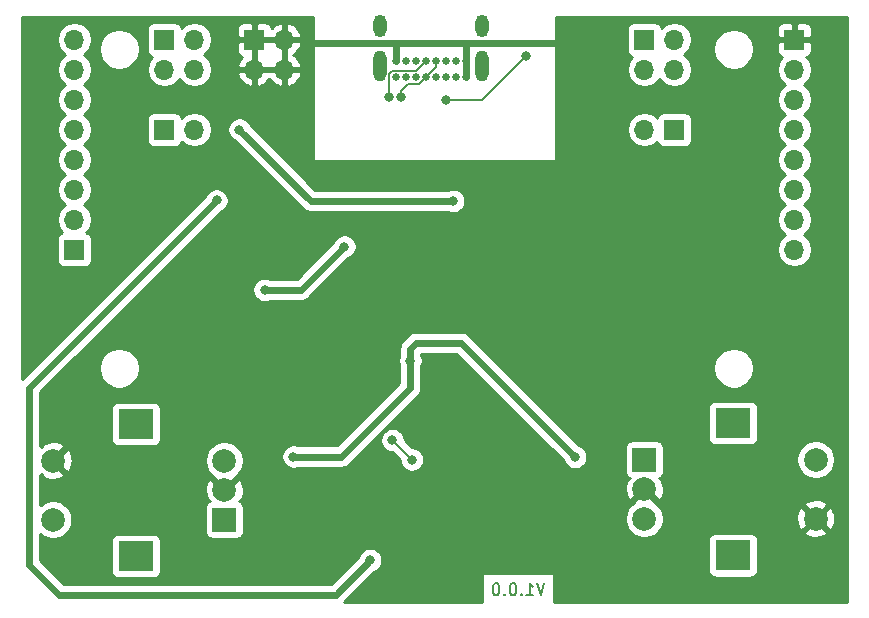
<source format=gbl>
%TF.GenerationSoftware,KiCad,Pcbnew,5.1.12-84ad8e8a86~92~ubuntu21.04.1*%
%TF.CreationDate,2021-11-23T21:41:36+01:00*%
%TF.ProjectId,main,6d61696e-2e6b-4696-9361-645f70636258,rev?*%
%TF.SameCoordinates,Original*%
%TF.FileFunction,Copper,L2,Bot*%
%TF.FilePolarity,Positive*%
%FSLAX46Y46*%
G04 Gerber Fmt 4.6, Leading zero omitted, Abs format (unit mm)*
G04 Created by KiCad (PCBNEW 5.1.12-84ad8e8a86~92~ubuntu21.04.1) date 2021-11-23 21:41:36*
%MOMM*%
%LPD*%
G01*
G04 APERTURE LIST*
%TA.AperFunction,NonConductor*%
%ADD10C,0.150000*%
%TD*%
%TA.AperFunction,ComponentPad*%
%ADD11O,1.117600X2.616200*%
%TD*%
%TA.AperFunction,ComponentPad*%
%ADD12O,1.117600X1.905000*%
%TD*%
%TA.AperFunction,ComponentPad*%
%ADD13C,0.660400*%
%TD*%
%TA.AperFunction,ComponentPad*%
%ADD14C,2.000000*%
%TD*%
%TA.AperFunction,ComponentPad*%
%ADD15R,3.000000X2.500000*%
%TD*%
%TA.AperFunction,ComponentPad*%
%ADD16R,2.000000X2.000000*%
%TD*%
%TA.AperFunction,ComponentPad*%
%ADD17O,1.700000X1.700000*%
%TD*%
%TA.AperFunction,ComponentPad*%
%ADD18R,1.700000X1.700000*%
%TD*%
%TA.AperFunction,ViaPad*%
%ADD19C,0.800000*%
%TD*%
%TA.AperFunction,Conductor*%
%ADD20C,0.600000*%
%TD*%
%TA.AperFunction,Conductor*%
%ADD21C,0.200000*%
%TD*%
%TA.AperFunction,Conductor*%
%ADD22C,0.254000*%
%TD*%
%TA.AperFunction,Conductor*%
%ADD23C,0.100000*%
%TD*%
G04 APERTURE END LIST*
D10*
X131238095Y-167952380D02*
X130904761Y-168952380D01*
X130571428Y-167952380D01*
X129714285Y-168952380D02*
X130285714Y-168952380D01*
X130000000Y-168952380D02*
X130000000Y-167952380D01*
X130095238Y-168095238D01*
X130190476Y-168190476D01*
X130285714Y-168238095D01*
X129285714Y-168857142D02*
X129238095Y-168904761D01*
X129285714Y-168952380D01*
X129333333Y-168904761D01*
X129285714Y-168857142D01*
X129285714Y-168952380D01*
X128619047Y-167952380D02*
X128523809Y-167952380D01*
X128428571Y-168000000D01*
X128380952Y-168047619D01*
X128333333Y-168142857D01*
X128285714Y-168333333D01*
X128285714Y-168571428D01*
X128333333Y-168761904D01*
X128380952Y-168857142D01*
X128428571Y-168904761D01*
X128523809Y-168952380D01*
X128619047Y-168952380D01*
X128714285Y-168904761D01*
X128761904Y-168857142D01*
X128809523Y-168761904D01*
X128857142Y-168571428D01*
X128857142Y-168333333D01*
X128809523Y-168142857D01*
X128761904Y-168047619D01*
X128714285Y-168000000D01*
X128619047Y-167952380D01*
X127857142Y-168857142D02*
X127809523Y-168904761D01*
X127857142Y-168952380D01*
X127904761Y-168904761D01*
X127857142Y-168857142D01*
X127857142Y-168952380D01*
X127190476Y-167952380D02*
X127095238Y-167952380D01*
X127000000Y-168000000D01*
X126952380Y-168047619D01*
X126904761Y-168142857D01*
X126857142Y-168333333D01*
X126857142Y-168571428D01*
X126904761Y-168761904D01*
X126952380Y-168857142D01*
X127000000Y-168904761D01*
X127095238Y-168952380D01*
X127190476Y-168952380D01*
X127285714Y-168904761D01*
X127333333Y-168857142D01*
X127380952Y-168761904D01*
X127428571Y-168571428D01*
X127428571Y-168333333D01*
X127380952Y-168142857D01*
X127333333Y-168047619D01*
X127285714Y-168000000D01*
X127190476Y-167952380D01*
D11*
%TO.P,J4,18*%
%TO.N,GND*%
X117276971Y-124140000D03*
%TO.P,J4,17*%
%TO.N,Net-(J4-Pad17)*%
X125926956Y-124139999D03*
D12*
%TO.P,J4,20*%
%TO.N,Net-(J4-Pad20)*%
X117276971Y-120755000D03*
%TO.P,J4,19*%
%TO.N,Net-(J4-Pad19)*%
X125926941Y-120755000D03*
D13*
%TO.P,J4,16*%
%TO.N,GND*%
X118626955Y-123770000D03*
%TO.P,J4,15*%
%TO.N,/Power supply/V_USB*%
X119476956Y-123770000D03*
%TO.P,J4,14*%
%TO.N,Net-(J4-Pad14)*%
X120326954Y-123770000D03*
%TO.P,J4,13*%
%TO.N,/USB port/USB_D+*%
X121176955Y-123770000D03*
%TO.P,J4,12*%
%TO.N,/USB port/USB_D-*%
X122026956Y-123770000D03*
%TO.P,J4,11*%
%TO.N,Net-(J4-Pad11)*%
X122876957Y-123770000D03*
%TO.P,J4,10*%
%TO.N,/Power supply/V_USB*%
X123726955Y-123770000D03*
%TO.P,J4,9*%
%TO.N,GND*%
X124576956Y-123770000D03*
%TO.P,J4,8*%
X118626955Y-125120000D03*
%TO.P,J4,7*%
%TO.N,/Power supply/V_USB*%
X119476956Y-125120000D03*
%TO.P,J4,6*%
%TO.N,Net-(J4-Pad6)*%
X120326954Y-125120000D03*
%TO.P,J4,5*%
%TO.N,/USB port/USB_D-*%
X121176955Y-125120000D03*
%TO.P,J4,4*%
%TO.N,/USB port/USB_D+*%
X122026956Y-125120000D03*
%TO.P,J4,3*%
%TO.N,Net-(J4-Pad3)*%
X122876957Y-125120000D03*
%TO.P,J4,2*%
%TO.N,/Power supply/V_USB*%
X123726955Y-125120000D03*
%TO.P,J4,1*%
%TO.N,GND*%
X124576956Y-125120000D03*
%TD*%
D14*
%TO.P,SW3,S2*%
%TO.N,GND*%
X154200000Y-162480000D03*
%TO.P,SW3,S1*%
%TO.N,Net-(R18-Pad1)*%
X154200000Y-157480000D03*
D15*
%TO.P,SW3,MP*%
%TO.N,N/C*%
X147200000Y-165580000D03*
X147200000Y-154380000D03*
D14*
%TO.P,SW3,B*%
%TO.N,Net-(R14-Pad1)*%
X139700000Y-162480000D03*
%TO.P,SW3,C*%
%TO.N,GND*%
X139700000Y-159980000D03*
D16*
%TO.P,SW3,A*%
%TO.N,Net-(R15-Pad1)*%
X139700000Y-157480000D03*
%TD*%
D17*
%TO.P,JP2,2*%
%TO.N,Net-(C8-Pad1)*%
X101600000Y-129540000D03*
D18*
%TO.P,JP2,1*%
%TO.N,+3V3*%
X99060000Y-129540000D03*
%TD*%
D17*
%TO.P,JP1,2*%
%TO.N,/Power supply/V_USB*%
X139700000Y-129540000D03*
D18*
%TO.P,JP1,1*%
%TO.N,+5V*%
X142240000Y-129540000D03*
%TD*%
D14*
%TO.P,SW2,S2*%
%TO.N,GND*%
X89640000Y-157560000D03*
%TO.P,SW2,S1*%
%TO.N,Net-(R12-Pad1)*%
X89640000Y-162560000D03*
D15*
%TO.P,SW2,MP*%
%TO.N,N/C*%
X96640000Y-154460000D03*
X96640000Y-165660000D03*
D14*
%TO.P,SW2,B*%
%TO.N,Net-(R10-Pad2)*%
X104140000Y-157560000D03*
%TO.P,SW2,C*%
%TO.N,GND*%
X104140000Y-160060000D03*
D16*
%TO.P,SW2,A*%
%TO.N,Net-(R11-Pad2)*%
X104140000Y-162560000D03*
%TD*%
D17*
%TO.P,J7,4*%
%TO.N,GND*%
X109220000Y-124460000D03*
%TO.P,J7,3*%
X106680000Y-124460000D03*
%TO.P,J7,2*%
X109220000Y-121920000D03*
D18*
%TO.P,J7,1*%
X106680000Y-121920000D03*
%TD*%
D17*
%TO.P,J6,4*%
%TO.N,+3V3*%
X101600000Y-124460000D03*
%TO.P,J6,3*%
X99060000Y-124460000D03*
%TO.P,J6,2*%
X101600000Y-121920000D03*
D18*
%TO.P,J6,1*%
X99060000Y-121920000D03*
%TD*%
D17*
%TO.P,J5,4*%
%TO.N,+5V*%
X142240000Y-124460000D03*
%TO.P,J5,3*%
X139700000Y-124460000D03*
%TO.P,J5,2*%
X142240000Y-121920000D03*
D18*
%TO.P,J5,1*%
X139700000Y-121920000D03*
%TD*%
D17*
%TO.P,J3,8*%
%TO.N,Net-(J3-Pad8)*%
X152400000Y-139700000D03*
%TO.P,J3,7*%
%TO.N,Net-(J3-Pad7)*%
X152400000Y-137160000D03*
%TO.P,J3,6*%
%TO.N,Net-(J3-Pad6)*%
X152400000Y-134620000D03*
%TO.P,J3,5*%
%TO.N,Net-(J3-Pad5)*%
X152400000Y-132080000D03*
%TO.P,J3,4*%
%TO.N,Net-(J3-Pad4)*%
X152400000Y-129540000D03*
%TO.P,J3,3*%
%TO.N,Net-(J3-Pad3)*%
X152400000Y-127000000D03*
%TO.P,J3,2*%
%TO.N,Net-(J3-Pad2)*%
X152400000Y-124460000D03*
D18*
%TO.P,J3,1*%
%TO.N,GND*%
X152400000Y-121920000D03*
%TD*%
D17*
%TO.P,J1,8*%
%TO.N,Net-(J1-Pad8)*%
X91440000Y-121920000D03*
%TO.P,J1,7*%
%TO.N,Net-(J1-Pad7)*%
X91440000Y-124460000D03*
%TO.P,J1,6*%
%TO.N,Net-(J1-Pad6)*%
X91440000Y-127000000D03*
%TO.P,J1,5*%
%TO.N,Net-(J1-Pad5)*%
X91440000Y-129540000D03*
%TO.P,J1,4*%
%TO.N,Net-(J1-Pad4)*%
X91440000Y-132080000D03*
%TO.P,J1,3*%
%TO.N,Net-(J1-Pad3)*%
X91440000Y-134620000D03*
%TO.P,J1,2*%
%TO.N,Net-(J1-Pad2)*%
X91440000Y-137160000D03*
D18*
%TO.P,J1,1*%
%TO.N,Net-(J1-Pad1)*%
X91440000Y-139700000D03*
%TD*%
D19*
%TO.N,GND*%
X129540000Y-134620000D03*
X135890000Y-138430000D03*
X119701076Y-165865576D03*
X105410000Y-132080000D03*
X129657990Y-140852010D03*
X112950000Y-160401000D03*
X108525000Y-160401000D03*
X131160000Y-160401000D03*
X135320000Y-160336000D03*
X123444000Y-149098000D03*
X121268450Y-149098000D03*
X123444000Y-153670000D03*
X118110000Y-141986000D03*
X118110000Y-143256000D03*
X104394000Y-142748000D03*
X118594390Y-132611610D03*
X134088500Y-125880500D03*
%TO.N,+3.3VA*%
X116472250Y-166002250D03*
X103481500Y-135532500D03*
%TO.N,Net-(C2-Pad2)*%
X120015000Y-157480000D03*
X118364000Y-155829000D03*
%TO.N,+3V3*%
X119888000Y-149098000D03*
X109977000Y-157221000D03*
X133832602Y-157251398D03*
%TO.N,Net-(C8-Pad1)*%
X123509999Y-135570001D03*
X105410000Y-129540000D03*
%TO.N,/USB port/USB_D+*%
X118062781Y-126746000D03*
%TO.N,/USB port/USB_D-*%
X119125999Y-126746000D03*
%TO.N,Net-(J2-Pad10)*%
X107545500Y-143105500D03*
X114300000Y-139446000D03*
%TO.N,Net-(J4-Pad3)*%
X122876957Y-127059043D03*
X129667000Y-123317000D03*
%TD*%
D20*
%TO.N,GND*%
X124576956Y-125120000D02*
X124576956Y-123770000D01*
X118626955Y-123770000D02*
X118626955Y-122428000D01*
X132360000Y-122200000D02*
X132588000Y-122428000D01*
X123929929Y-122200000D02*
X111100000Y-122200000D01*
X124576956Y-122223044D02*
X124600000Y-122200000D01*
X124600000Y-122200000D02*
X132360000Y-122200000D01*
X124576956Y-123770000D02*
X124576956Y-122223044D01*
X123929929Y-122200000D02*
X124600000Y-122200000D01*
%TO.N,+3.3VA*%
X116472250Y-166002250D02*
X113564500Y-168910000D01*
X90170000Y-168910000D02*
X87630000Y-166370000D01*
X113564500Y-168910000D02*
X90170000Y-168910000D01*
X103481500Y-135532500D02*
X87630000Y-151384000D01*
X87630000Y-166370000D02*
X87630000Y-151384000D01*
D21*
%TO.N,Net-(C2-Pad2)*%
X120015000Y-157480000D02*
X118364000Y-155829000D01*
X118364000Y-155829000D02*
X118364000Y-155829000D01*
D20*
%TO.N,+3V3*%
X119888000Y-149098000D02*
X119888000Y-148082000D01*
X119888000Y-148082000D02*
X120396000Y-147574000D01*
X124155204Y-147574000D02*
X133832602Y-157251398D01*
X120396000Y-147574000D02*
X124155204Y-147574000D01*
X119888000Y-151384000D02*
X114051000Y-157221000D01*
X114051000Y-157221000D02*
X109977000Y-157221000D01*
X119888000Y-149098000D02*
X119888000Y-151384000D01*
%TO.N,Net-(C8-Pad1)*%
X111440001Y-135570001D02*
X105410000Y-129540000D01*
X123509999Y-135570001D02*
X111440001Y-135570001D01*
D21*
%TO.N,/USB port/USB_D+*%
X118062781Y-124859516D02*
X118062781Y-126746000D01*
X118359498Y-124562799D02*
X118062781Y-124859516D01*
X120384156Y-124562799D02*
X118359498Y-124562799D01*
X121176955Y-123770000D02*
X120384156Y-124562799D01*
X118062781Y-126746000D02*
X118062781Y-126746000D01*
%TO.N,/USB port/USB_D-*%
X122026956Y-124269999D02*
X121176955Y-125120000D01*
X122026956Y-123770000D02*
X122026956Y-124269999D01*
X119126000Y-126238000D02*
X119126000Y-126746000D01*
X119686799Y-125677201D02*
X119126000Y-126238000D01*
X120619754Y-125677201D02*
X119686799Y-125677201D01*
X121176955Y-125120000D02*
X120619754Y-125677201D01*
X119126000Y-126746000D02*
X119126000Y-126746000D01*
D20*
%TO.N,Net-(J2-Pad10)*%
X110640500Y-143105500D02*
X114300000Y-139446000D01*
X107545500Y-143105500D02*
X110640500Y-143105500D01*
D21*
%TO.N,Net-(J4-Pad3)*%
X122876957Y-127059043D02*
X124908957Y-127059043D01*
X124908957Y-127059043D02*
X124908957Y-127059043D01*
X124908957Y-127059043D02*
X125924957Y-127059043D01*
X125924957Y-127059043D02*
X129667000Y-123317000D01*
X129667000Y-123317000D02*
X129667000Y-123317000D01*
%TD*%
D22*
%TO.N,GND*%
X111633000Y-132080000D02*
X111635440Y-132104776D01*
X111642667Y-132128601D01*
X111654403Y-132150557D01*
X111670197Y-132169803D01*
X111689443Y-132185597D01*
X111711399Y-132197333D01*
X111735224Y-132204560D01*
X111760000Y-132207000D01*
X132080000Y-132207000D01*
X132104776Y-132204560D01*
X132128601Y-132197333D01*
X132150557Y-132185597D01*
X132169803Y-132169803D01*
X132185597Y-132150557D01*
X132197333Y-132128601D01*
X132204560Y-132104776D01*
X132207000Y-132080000D01*
X132207000Y-129393740D01*
X138215000Y-129393740D01*
X138215000Y-129686260D01*
X138272068Y-129973158D01*
X138384010Y-130243411D01*
X138546525Y-130486632D01*
X138753368Y-130693475D01*
X138996589Y-130855990D01*
X139266842Y-130967932D01*
X139553740Y-131025000D01*
X139846260Y-131025000D01*
X140133158Y-130967932D01*
X140403411Y-130855990D01*
X140646632Y-130693475D01*
X140778487Y-130561620D01*
X140800498Y-130634180D01*
X140859463Y-130744494D01*
X140938815Y-130841185D01*
X141035506Y-130920537D01*
X141145820Y-130979502D01*
X141265518Y-131015812D01*
X141390000Y-131028072D01*
X143090000Y-131028072D01*
X143214482Y-131015812D01*
X143334180Y-130979502D01*
X143444494Y-130920537D01*
X143541185Y-130841185D01*
X143620537Y-130744494D01*
X143679502Y-130634180D01*
X143715812Y-130514482D01*
X143728072Y-130390000D01*
X143728072Y-128690000D01*
X143715812Y-128565518D01*
X143679502Y-128445820D01*
X143620537Y-128335506D01*
X143541185Y-128238815D01*
X143444494Y-128159463D01*
X143334180Y-128100498D01*
X143214482Y-128064188D01*
X143090000Y-128051928D01*
X141390000Y-128051928D01*
X141265518Y-128064188D01*
X141145820Y-128100498D01*
X141035506Y-128159463D01*
X140938815Y-128238815D01*
X140859463Y-128335506D01*
X140800498Y-128445820D01*
X140778487Y-128518380D01*
X140646632Y-128386525D01*
X140403411Y-128224010D01*
X140133158Y-128112068D01*
X139846260Y-128055000D01*
X139553740Y-128055000D01*
X139266842Y-128112068D01*
X138996589Y-128224010D01*
X138753368Y-128386525D01*
X138546525Y-128593368D01*
X138384010Y-128836589D01*
X138272068Y-129106842D01*
X138215000Y-129393740D01*
X132207000Y-129393740D01*
X132207000Y-121070000D01*
X138211928Y-121070000D01*
X138211928Y-122770000D01*
X138224188Y-122894482D01*
X138260498Y-123014180D01*
X138319463Y-123124494D01*
X138398815Y-123221185D01*
X138495506Y-123300537D01*
X138605820Y-123359502D01*
X138678380Y-123381513D01*
X138546525Y-123513368D01*
X138384010Y-123756589D01*
X138272068Y-124026842D01*
X138215000Y-124313740D01*
X138215000Y-124606260D01*
X138272068Y-124893158D01*
X138384010Y-125163411D01*
X138546525Y-125406632D01*
X138753368Y-125613475D01*
X138996589Y-125775990D01*
X139266842Y-125887932D01*
X139553740Y-125945000D01*
X139846260Y-125945000D01*
X140133158Y-125887932D01*
X140403411Y-125775990D01*
X140646632Y-125613475D01*
X140853475Y-125406632D01*
X140970000Y-125232240D01*
X141086525Y-125406632D01*
X141293368Y-125613475D01*
X141536589Y-125775990D01*
X141806842Y-125887932D01*
X142093740Y-125945000D01*
X142386260Y-125945000D01*
X142673158Y-125887932D01*
X142943411Y-125775990D01*
X143186632Y-125613475D01*
X143393475Y-125406632D01*
X143555990Y-125163411D01*
X143667932Y-124893158D01*
X143725000Y-124606260D01*
X143725000Y-124313740D01*
X143667932Y-124026842D01*
X143555990Y-123756589D01*
X143393475Y-123513368D01*
X143186632Y-123306525D01*
X143012240Y-123190000D01*
X143186632Y-123073475D01*
X143393475Y-122866632D01*
X143555990Y-122623411D01*
X143574337Y-122579117D01*
X145515000Y-122579117D01*
X145515000Y-122920883D01*
X145581675Y-123256081D01*
X145712463Y-123571831D01*
X145902337Y-123855998D01*
X146144002Y-124097663D01*
X146428169Y-124287537D01*
X146743919Y-124418325D01*
X147079117Y-124485000D01*
X147420883Y-124485000D01*
X147756081Y-124418325D01*
X148071831Y-124287537D01*
X148355998Y-124097663D01*
X148597663Y-123855998D01*
X148787537Y-123571831D01*
X148918325Y-123256081D01*
X148985000Y-122920883D01*
X148985000Y-122770000D01*
X150911928Y-122770000D01*
X150924188Y-122894482D01*
X150960498Y-123014180D01*
X151019463Y-123124494D01*
X151098815Y-123221185D01*
X151195506Y-123300537D01*
X151305820Y-123359502D01*
X151378380Y-123381513D01*
X151246525Y-123513368D01*
X151084010Y-123756589D01*
X150972068Y-124026842D01*
X150915000Y-124313740D01*
X150915000Y-124606260D01*
X150972068Y-124893158D01*
X151084010Y-125163411D01*
X151246525Y-125406632D01*
X151453368Y-125613475D01*
X151627760Y-125730000D01*
X151453368Y-125846525D01*
X151246525Y-126053368D01*
X151084010Y-126296589D01*
X150972068Y-126566842D01*
X150915000Y-126853740D01*
X150915000Y-127146260D01*
X150972068Y-127433158D01*
X151084010Y-127703411D01*
X151246525Y-127946632D01*
X151453368Y-128153475D01*
X151627760Y-128270000D01*
X151453368Y-128386525D01*
X151246525Y-128593368D01*
X151084010Y-128836589D01*
X150972068Y-129106842D01*
X150915000Y-129393740D01*
X150915000Y-129686260D01*
X150972068Y-129973158D01*
X151084010Y-130243411D01*
X151246525Y-130486632D01*
X151453368Y-130693475D01*
X151627760Y-130810000D01*
X151453368Y-130926525D01*
X151246525Y-131133368D01*
X151084010Y-131376589D01*
X150972068Y-131646842D01*
X150915000Y-131933740D01*
X150915000Y-132226260D01*
X150972068Y-132513158D01*
X151084010Y-132783411D01*
X151246525Y-133026632D01*
X151453368Y-133233475D01*
X151627760Y-133350000D01*
X151453368Y-133466525D01*
X151246525Y-133673368D01*
X151084010Y-133916589D01*
X150972068Y-134186842D01*
X150915000Y-134473740D01*
X150915000Y-134766260D01*
X150972068Y-135053158D01*
X151084010Y-135323411D01*
X151246525Y-135566632D01*
X151453368Y-135773475D01*
X151627760Y-135890000D01*
X151453368Y-136006525D01*
X151246525Y-136213368D01*
X151084010Y-136456589D01*
X150972068Y-136726842D01*
X150915000Y-137013740D01*
X150915000Y-137306260D01*
X150972068Y-137593158D01*
X151084010Y-137863411D01*
X151246525Y-138106632D01*
X151453368Y-138313475D01*
X151627760Y-138430000D01*
X151453368Y-138546525D01*
X151246525Y-138753368D01*
X151084010Y-138996589D01*
X150972068Y-139266842D01*
X150915000Y-139553740D01*
X150915000Y-139846260D01*
X150972068Y-140133158D01*
X151084010Y-140403411D01*
X151246525Y-140646632D01*
X151453368Y-140853475D01*
X151696589Y-141015990D01*
X151966842Y-141127932D01*
X152253740Y-141185000D01*
X152546260Y-141185000D01*
X152833158Y-141127932D01*
X153103411Y-141015990D01*
X153346632Y-140853475D01*
X153553475Y-140646632D01*
X153715990Y-140403411D01*
X153827932Y-140133158D01*
X153885000Y-139846260D01*
X153885000Y-139553740D01*
X153827932Y-139266842D01*
X153715990Y-138996589D01*
X153553475Y-138753368D01*
X153346632Y-138546525D01*
X153172240Y-138430000D01*
X153346632Y-138313475D01*
X153553475Y-138106632D01*
X153715990Y-137863411D01*
X153827932Y-137593158D01*
X153885000Y-137306260D01*
X153885000Y-137013740D01*
X153827932Y-136726842D01*
X153715990Y-136456589D01*
X153553475Y-136213368D01*
X153346632Y-136006525D01*
X153172240Y-135890000D01*
X153346632Y-135773475D01*
X153553475Y-135566632D01*
X153715990Y-135323411D01*
X153827932Y-135053158D01*
X153885000Y-134766260D01*
X153885000Y-134473740D01*
X153827932Y-134186842D01*
X153715990Y-133916589D01*
X153553475Y-133673368D01*
X153346632Y-133466525D01*
X153172240Y-133350000D01*
X153346632Y-133233475D01*
X153553475Y-133026632D01*
X153715990Y-132783411D01*
X153827932Y-132513158D01*
X153885000Y-132226260D01*
X153885000Y-131933740D01*
X153827932Y-131646842D01*
X153715990Y-131376589D01*
X153553475Y-131133368D01*
X153346632Y-130926525D01*
X153172240Y-130810000D01*
X153346632Y-130693475D01*
X153553475Y-130486632D01*
X153715990Y-130243411D01*
X153827932Y-129973158D01*
X153885000Y-129686260D01*
X153885000Y-129393740D01*
X153827932Y-129106842D01*
X153715990Y-128836589D01*
X153553475Y-128593368D01*
X153346632Y-128386525D01*
X153172240Y-128270000D01*
X153346632Y-128153475D01*
X153553475Y-127946632D01*
X153715990Y-127703411D01*
X153827932Y-127433158D01*
X153885000Y-127146260D01*
X153885000Y-126853740D01*
X153827932Y-126566842D01*
X153715990Y-126296589D01*
X153553475Y-126053368D01*
X153346632Y-125846525D01*
X153172240Y-125730000D01*
X153346632Y-125613475D01*
X153553475Y-125406632D01*
X153715990Y-125163411D01*
X153827932Y-124893158D01*
X153885000Y-124606260D01*
X153885000Y-124313740D01*
X153827932Y-124026842D01*
X153715990Y-123756589D01*
X153553475Y-123513368D01*
X153421620Y-123381513D01*
X153494180Y-123359502D01*
X153604494Y-123300537D01*
X153701185Y-123221185D01*
X153780537Y-123124494D01*
X153839502Y-123014180D01*
X153875812Y-122894482D01*
X153888072Y-122770000D01*
X153885000Y-122205750D01*
X153726250Y-122047000D01*
X152527000Y-122047000D01*
X152527000Y-122067000D01*
X152273000Y-122067000D01*
X152273000Y-122047000D01*
X151073750Y-122047000D01*
X150915000Y-122205750D01*
X150911928Y-122770000D01*
X148985000Y-122770000D01*
X148985000Y-122579117D01*
X148918325Y-122243919D01*
X148787537Y-121928169D01*
X148597663Y-121644002D01*
X148355998Y-121402337D01*
X148071831Y-121212463D01*
X147756081Y-121081675D01*
X147697387Y-121070000D01*
X150911928Y-121070000D01*
X150915000Y-121634250D01*
X151073750Y-121793000D01*
X152273000Y-121793000D01*
X152273000Y-120593750D01*
X152527000Y-120593750D01*
X152527000Y-121793000D01*
X153726250Y-121793000D01*
X153885000Y-121634250D01*
X153888072Y-121070000D01*
X153875812Y-120945518D01*
X153839502Y-120825820D01*
X153780537Y-120715506D01*
X153701185Y-120618815D01*
X153604494Y-120539463D01*
X153494180Y-120480498D01*
X153374482Y-120444188D01*
X153250000Y-120431928D01*
X152685750Y-120435000D01*
X152527000Y-120593750D01*
X152273000Y-120593750D01*
X152114250Y-120435000D01*
X151550000Y-120431928D01*
X151425518Y-120444188D01*
X151305820Y-120480498D01*
X151195506Y-120539463D01*
X151098815Y-120618815D01*
X151019463Y-120715506D01*
X150960498Y-120825820D01*
X150924188Y-120945518D01*
X150911928Y-121070000D01*
X147697387Y-121070000D01*
X147420883Y-121015000D01*
X147079117Y-121015000D01*
X146743919Y-121081675D01*
X146428169Y-121212463D01*
X146144002Y-121402337D01*
X145902337Y-121644002D01*
X145712463Y-121928169D01*
X145581675Y-122243919D01*
X145515000Y-122579117D01*
X143574337Y-122579117D01*
X143667932Y-122353158D01*
X143725000Y-122066260D01*
X143725000Y-121773740D01*
X143667932Y-121486842D01*
X143555990Y-121216589D01*
X143393475Y-120973368D01*
X143186632Y-120766525D01*
X142943411Y-120604010D01*
X142673158Y-120492068D01*
X142386260Y-120435000D01*
X142093740Y-120435000D01*
X141806842Y-120492068D01*
X141536589Y-120604010D01*
X141293368Y-120766525D01*
X141161513Y-120898380D01*
X141139502Y-120825820D01*
X141080537Y-120715506D01*
X141001185Y-120618815D01*
X140904494Y-120539463D01*
X140794180Y-120480498D01*
X140674482Y-120444188D01*
X140550000Y-120431928D01*
X138850000Y-120431928D01*
X138725518Y-120444188D01*
X138605820Y-120480498D01*
X138495506Y-120539463D01*
X138398815Y-120618815D01*
X138319463Y-120715506D01*
X138260498Y-120825820D01*
X138224188Y-120945518D01*
X138211928Y-121070000D01*
X132207000Y-121070000D01*
X132207000Y-120040000D01*
X156820001Y-120040000D01*
X156820000Y-169520000D01*
X132043334Y-169520000D01*
X132043334Y-167107500D01*
X125956667Y-167107500D01*
X125956667Y-169520000D01*
X114276789Y-169520000D01*
X116817109Y-166979681D01*
X116962506Y-166919455D01*
X117132024Y-166806187D01*
X117276187Y-166662024D01*
X117389455Y-166492506D01*
X117467476Y-166304148D01*
X117507250Y-166104189D01*
X117507250Y-165900311D01*
X117467476Y-165700352D01*
X117389455Y-165511994D01*
X117276187Y-165342476D01*
X117132024Y-165198313D01*
X116962506Y-165085045D01*
X116774148Y-165007024D01*
X116574189Y-164967250D01*
X116370311Y-164967250D01*
X116170352Y-165007024D01*
X115981994Y-165085045D01*
X115812476Y-165198313D01*
X115668313Y-165342476D01*
X115555045Y-165511994D01*
X115494819Y-165657391D01*
X113177211Y-167975000D01*
X90557290Y-167975000D01*
X88565000Y-165982711D01*
X88565000Y-164410000D01*
X94501928Y-164410000D01*
X94501928Y-166910000D01*
X94514188Y-167034482D01*
X94550498Y-167154180D01*
X94609463Y-167264494D01*
X94688815Y-167361185D01*
X94785506Y-167440537D01*
X94895820Y-167499502D01*
X95015518Y-167535812D01*
X95140000Y-167548072D01*
X98140000Y-167548072D01*
X98264482Y-167535812D01*
X98384180Y-167499502D01*
X98494494Y-167440537D01*
X98591185Y-167361185D01*
X98670537Y-167264494D01*
X98729502Y-167154180D01*
X98765812Y-167034482D01*
X98778072Y-166910000D01*
X98778072Y-164410000D01*
X98770193Y-164330000D01*
X145061928Y-164330000D01*
X145061928Y-166830000D01*
X145074188Y-166954482D01*
X145110498Y-167074180D01*
X145169463Y-167184494D01*
X145248815Y-167281185D01*
X145345506Y-167360537D01*
X145455820Y-167419502D01*
X145575518Y-167455812D01*
X145700000Y-167468072D01*
X148700000Y-167468072D01*
X148824482Y-167455812D01*
X148944180Y-167419502D01*
X149054494Y-167360537D01*
X149151185Y-167281185D01*
X149230537Y-167184494D01*
X149289502Y-167074180D01*
X149325812Y-166954482D01*
X149338072Y-166830000D01*
X149338072Y-164330000D01*
X149325812Y-164205518D01*
X149289502Y-164085820D01*
X149230537Y-163975506D01*
X149151185Y-163878815D01*
X149054494Y-163799463D01*
X148944180Y-163740498D01*
X148824482Y-163704188D01*
X148700000Y-163691928D01*
X145700000Y-163691928D01*
X145575518Y-163704188D01*
X145455820Y-163740498D01*
X145345506Y-163799463D01*
X145248815Y-163878815D01*
X145169463Y-163975506D01*
X145110498Y-164085820D01*
X145074188Y-164205518D01*
X145061928Y-164330000D01*
X98770193Y-164330000D01*
X98765812Y-164285518D01*
X98729502Y-164165820D01*
X98670537Y-164055506D01*
X98591185Y-163958815D01*
X98494494Y-163879463D01*
X98384180Y-163820498D01*
X98264482Y-163784188D01*
X98140000Y-163771928D01*
X95140000Y-163771928D01*
X95015518Y-163784188D01*
X94895820Y-163820498D01*
X94785506Y-163879463D01*
X94688815Y-163958815D01*
X94609463Y-164055506D01*
X94550498Y-164165820D01*
X94514188Y-164285518D01*
X94501928Y-164410000D01*
X88565000Y-164410000D01*
X88565000Y-163797239D01*
X88597748Y-163829987D01*
X88865537Y-164008918D01*
X89163088Y-164132168D01*
X89478967Y-164195000D01*
X89801033Y-164195000D01*
X90116912Y-164132168D01*
X90414463Y-164008918D01*
X90682252Y-163829987D01*
X90909987Y-163602252D01*
X91088918Y-163334463D01*
X91212168Y-163036912D01*
X91275000Y-162721033D01*
X91275000Y-162398967D01*
X91212168Y-162083088D01*
X91088918Y-161785537D01*
X90909987Y-161517748D01*
X90682252Y-161290013D01*
X90414463Y-161111082D01*
X90116912Y-160987832D01*
X89801033Y-160925000D01*
X89478967Y-160925000D01*
X89163088Y-160987832D01*
X88865537Y-161111082D01*
X88597748Y-161290013D01*
X88565000Y-161322761D01*
X88565000Y-160122595D01*
X102498282Y-160122595D01*
X102542039Y-160441675D01*
X102647205Y-160746088D01*
X102740186Y-160920044D01*
X102889223Y-160974024D01*
X102785506Y-161029463D01*
X102688815Y-161108815D01*
X102609463Y-161205506D01*
X102550498Y-161315820D01*
X102514188Y-161435518D01*
X102501928Y-161560000D01*
X102501928Y-163560000D01*
X102514188Y-163684482D01*
X102550498Y-163804180D01*
X102609463Y-163914494D01*
X102688815Y-164011185D01*
X102785506Y-164090537D01*
X102895820Y-164149502D01*
X103015518Y-164185812D01*
X103140000Y-164198072D01*
X105140000Y-164198072D01*
X105264482Y-164185812D01*
X105384180Y-164149502D01*
X105494494Y-164090537D01*
X105591185Y-164011185D01*
X105670537Y-163914494D01*
X105729502Y-163804180D01*
X105765812Y-163684482D01*
X105778072Y-163560000D01*
X105778072Y-162318967D01*
X138065000Y-162318967D01*
X138065000Y-162641033D01*
X138127832Y-162956912D01*
X138251082Y-163254463D01*
X138430013Y-163522252D01*
X138657748Y-163749987D01*
X138925537Y-163928918D01*
X139223088Y-164052168D01*
X139538967Y-164115000D01*
X139861033Y-164115000D01*
X140176912Y-164052168D01*
X140474463Y-163928918D01*
X140742252Y-163749987D01*
X140876826Y-163615413D01*
X153244192Y-163615413D01*
X153339956Y-163879814D01*
X153629571Y-164020704D01*
X153941108Y-164102384D01*
X154262595Y-164121718D01*
X154581675Y-164077961D01*
X154886088Y-163972795D01*
X155060044Y-163879814D01*
X155155808Y-163615413D01*
X154200000Y-162659605D01*
X153244192Y-163615413D01*
X140876826Y-163615413D01*
X140969987Y-163522252D01*
X141148918Y-163254463D01*
X141272168Y-162956912D01*
X141335000Y-162641033D01*
X141335000Y-162542595D01*
X152558282Y-162542595D01*
X152602039Y-162861675D01*
X152707205Y-163166088D01*
X152800186Y-163340044D01*
X153064587Y-163435808D01*
X154020395Y-162480000D01*
X154379605Y-162480000D01*
X155335413Y-163435808D01*
X155599814Y-163340044D01*
X155740704Y-163050429D01*
X155822384Y-162738892D01*
X155841718Y-162417405D01*
X155797961Y-162098325D01*
X155692795Y-161793912D01*
X155599814Y-161619956D01*
X155335413Y-161524192D01*
X154379605Y-162480000D01*
X154020395Y-162480000D01*
X153064587Y-161524192D01*
X152800186Y-161619956D01*
X152659296Y-161909571D01*
X152577616Y-162221108D01*
X152558282Y-162542595D01*
X141335000Y-162542595D01*
X141335000Y-162318967D01*
X141272168Y-162003088D01*
X141148918Y-161705537D01*
X140969987Y-161437748D01*
X140876826Y-161344587D01*
X153244192Y-161344587D01*
X154200000Y-162300395D01*
X155155808Y-161344587D01*
X155060044Y-161080186D01*
X154770429Y-160939296D01*
X154458892Y-160857616D01*
X154137405Y-160838282D01*
X153818325Y-160882039D01*
X153513912Y-160987205D01*
X153339956Y-161080186D01*
X153244192Y-161344587D01*
X140876826Y-161344587D01*
X140742252Y-161210013D01*
X140645065Y-161145075D01*
X140655808Y-161115413D01*
X139700000Y-160159605D01*
X138744192Y-161115413D01*
X138754935Y-161145075D01*
X138657748Y-161210013D01*
X138430013Y-161437748D01*
X138251082Y-161705537D01*
X138127832Y-162003088D01*
X138065000Y-162318967D01*
X105778072Y-162318967D01*
X105778072Y-161560000D01*
X105765812Y-161435518D01*
X105729502Y-161315820D01*
X105670537Y-161205506D01*
X105591185Y-161108815D01*
X105494494Y-161029463D01*
X105390777Y-160974024D01*
X105539814Y-160920044D01*
X105680704Y-160630429D01*
X105762384Y-160318892D01*
X105779000Y-160042595D01*
X138058282Y-160042595D01*
X138102039Y-160361675D01*
X138207205Y-160666088D01*
X138300186Y-160840044D01*
X138564587Y-160935808D01*
X139520395Y-159980000D01*
X139506253Y-159965858D01*
X139685858Y-159786253D01*
X139700000Y-159800395D01*
X139714143Y-159786253D01*
X139893748Y-159965858D01*
X139879605Y-159980000D01*
X140835413Y-160935808D01*
X141099814Y-160840044D01*
X141240704Y-160550429D01*
X141322384Y-160238892D01*
X141341718Y-159917405D01*
X141297961Y-159598325D01*
X141192795Y-159293912D01*
X141099814Y-159119956D01*
X140950777Y-159065976D01*
X141054494Y-159010537D01*
X141151185Y-158931185D01*
X141230537Y-158834494D01*
X141289502Y-158724180D01*
X141325812Y-158604482D01*
X141338072Y-158480000D01*
X141338072Y-157318967D01*
X152565000Y-157318967D01*
X152565000Y-157641033D01*
X152627832Y-157956912D01*
X152751082Y-158254463D01*
X152930013Y-158522252D01*
X153157748Y-158749987D01*
X153425537Y-158928918D01*
X153723088Y-159052168D01*
X154038967Y-159115000D01*
X154361033Y-159115000D01*
X154676912Y-159052168D01*
X154974463Y-158928918D01*
X155242252Y-158749987D01*
X155469987Y-158522252D01*
X155648918Y-158254463D01*
X155772168Y-157956912D01*
X155835000Y-157641033D01*
X155835000Y-157318967D01*
X155772168Y-157003088D01*
X155648918Y-156705537D01*
X155469987Y-156437748D01*
X155242252Y-156210013D01*
X154974463Y-156031082D01*
X154676912Y-155907832D01*
X154361033Y-155845000D01*
X154038967Y-155845000D01*
X153723088Y-155907832D01*
X153425537Y-156031082D01*
X153157748Y-156210013D01*
X152930013Y-156437748D01*
X152751082Y-156705537D01*
X152627832Y-157003088D01*
X152565000Y-157318967D01*
X141338072Y-157318967D01*
X141338072Y-156480000D01*
X141325812Y-156355518D01*
X141289502Y-156235820D01*
X141230537Y-156125506D01*
X141151185Y-156028815D01*
X141054494Y-155949463D01*
X140944180Y-155890498D01*
X140824482Y-155854188D01*
X140700000Y-155841928D01*
X138700000Y-155841928D01*
X138575518Y-155854188D01*
X138455820Y-155890498D01*
X138345506Y-155949463D01*
X138248815Y-156028815D01*
X138169463Y-156125506D01*
X138110498Y-156235820D01*
X138074188Y-156355518D01*
X138061928Y-156480000D01*
X138061928Y-158480000D01*
X138074188Y-158604482D01*
X138110498Y-158724180D01*
X138169463Y-158834494D01*
X138248815Y-158931185D01*
X138345506Y-159010537D01*
X138449223Y-159065976D01*
X138300186Y-159119956D01*
X138159296Y-159409571D01*
X138077616Y-159721108D01*
X138058282Y-160042595D01*
X105779000Y-160042595D01*
X105781718Y-159997405D01*
X105737961Y-159678325D01*
X105632795Y-159373912D01*
X105539814Y-159199956D01*
X105275413Y-159104192D01*
X104319605Y-160060000D01*
X104333748Y-160074143D01*
X104154143Y-160253748D01*
X104140000Y-160239605D01*
X104125858Y-160253748D01*
X103946253Y-160074143D01*
X103960395Y-160060000D01*
X103004587Y-159104192D01*
X102740186Y-159199956D01*
X102599296Y-159489571D01*
X102517616Y-159801108D01*
X102498282Y-160122595D01*
X88565000Y-160122595D01*
X88565000Y-158807558D01*
X88568525Y-158811083D01*
X88684193Y-158695415D01*
X88779956Y-158959814D01*
X89069571Y-159100704D01*
X89381108Y-159182384D01*
X89702595Y-159201718D01*
X90021675Y-159157961D01*
X90326088Y-159052795D01*
X90500044Y-158959814D01*
X90595808Y-158695413D01*
X89640000Y-157739605D01*
X89625858Y-157753748D01*
X89446253Y-157574143D01*
X89460395Y-157560000D01*
X89819605Y-157560000D01*
X90775413Y-158515808D01*
X91039814Y-158420044D01*
X91180704Y-158130429D01*
X91262384Y-157818892D01*
X91281718Y-157497405D01*
X91268219Y-157398967D01*
X102505000Y-157398967D01*
X102505000Y-157721033D01*
X102567832Y-158036912D01*
X102691082Y-158334463D01*
X102870013Y-158602252D01*
X103097748Y-158829987D01*
X103194935Y-158894925D01*
X103184192Y-158924587D01*
X104140000Y-159880395D01*
X105095808Y-158924587D01*
X105085065Y-158894925D01*
X105182252Y-158829987D01*
X105409987Y-158602252D01*
X105588918Y-158334463D01*
X105712168Y-158036912D01*
X105775000Y-157721033D01*
X105775000Y-157398967D01*
X105719324Y-157119061D01*
X108942000Y-157119061D01*
X108942000Y-157322939D01*
X108981774Y-157522898D01*
X109059795Y-157711256D01*
X109173063Y-157880774D01*
X109317226Y-158024937D01*
X109486744Y-158138205D01*
X109675102Y-158216226D01*
X109875061Y-158256000D01*
X110078939Y-158256000D01*
X110278898Y-158216226D01*
X110424295Y-158156000D01*
X114005068Y-158156000D01*
X114051000Y-158160524D01*
X114096932Y-158156000D01*
X114234292Y-158142471D01*
X114410540Y-158089007D01*
X114572972Y-158002186D01*
X114715344Y-157885344D01*
X114744630Y-157849659D01*
X116867228Y-155727061D01*
X117329000Y-155727061D01*
X117329000Y-155930939D01*
X117368774Y-156130898D01*
X117446795Y-156319256D01*
X117560063Y-156488774D01*
X117704226Y-156632937D01*
X117873744Y-156746205D01*
X118062102Y-156824226D01*
X118262061Y-156864000D01*
X118359554Y-156864000D01*
X118980000Y-157484447D01*
X118980000Y-157581939D01*
X119019774Y-157781898D01*
X119097795Y-157970256D01*
X119211063Y-158139774D01*
X119355226Y-158283937D01*
X119524744Y-158397205D01*
X119713102Y-158475226D01*
X119913061Y-158515000D01*
X120116939Y-158515000D01*
X120316898Y-158475226D01*
X120505256Y-158397205D01*
X120674774Y-158283937D01*
X120818937Y-158139774D01*
X120932205Y-157970256D01*
X121010226Y-157781898D01*
X121050000Y-157581939D01*
X121050000Y-157378061D01*
X121010226Y-157178102D01*
X120932205Y-156989744D01*
X120818937Y-156820226D01*
X120674774Y-156676063D01*
X120505256Y-156562795D01*
X120316898Y-156484774D01*
X120116939Y-156445000D01*
X120019447Y-156445000D01*
X119399000Y-155824554D01*
X119399000Y-155727061D01*
X119359226Y-155527102D01*
X119281205Y-155338744D01*
X119167937Y-155169226D01*
X119023774Y-155025063D01*
X118854256Y-154911795D01*
X118665898Y-154833774D01*
X118465939Y-154794000D01*
X118262061Y-154794000D01*
X118062102Y-154833774D01*
X117873744Y-154911795D01*
X117704226Y-155025063D01*
X117560063Y-155169226D01*
X117446795Y-155338744D01*
X117368774Y-155527102D01*
X117329000Y-155727061D01*
X116867228Y-155727061D01*
X120516659Y-152077630D01*
X120552344Y-152048344D01*
X120669186Y-151905972D01*
X120725765Y-151800120D01*
X120756007Y-151743541D01*
X120809472Y-151567292D01*
X120827524Y-151384000D01*
X120823000Y-151338065D01*
X120823000Y-149545295D01*
X120883226Y-149399898D01*
X120923000Y-149199939D01*
X120923000Y-148996061D01*
X120883226Y-148796102D01*
X120823000Y-148650705D01*
X120823000Y-148509000D01*
X123767915Y-148509000D01*
X132855171Y-157596257D01*
X132915397Y-157741654D01*
X133028665Y-157911172D01*
X133172828Y-158055335D01*
X133342346Y-158168603D01*
X133530704Y-158246624D01*
X133730663Y-158286398D01*
X133934541Y-158286398D01*
X134134500Y-158246624D01*
X134322858Y-158168603D01*
X134492376Y-158055335D01*
X134636539Y-157911172D01*
X134749807Y-157741654D01*
X134827828Y-157553296D01*
X134867602Y-157353337D01*
X134867602Y-157149459D01*
X134827828Y-156949500D01*
X134749807Y-156761142D01*
X134636539Y-156591624D01*
X134492376Y-156447461D01*
X134322858Y-156334193D01*
X134177461Y-156273967D01*
X131033494Y-153130000D01*
X145061928Y-153130000D01*
X145061928Y-155630000D01*
X145074188Y-155754482D01*
X145110498Y-155874180D01*
X145169463Y-155984494D01*
X145248815Y-156081185D01*
X145345506Y-156160537D01*
X145455820Y-156219502D01*
X145575518Y-156255812D01*
X145700000Y-156268072D01*
X148700000Y-156268072D01*
X148824482Y-156255812D01*
X148944180Y-156219502D01*
X149054494Y-156160537D01*
X149151185Y-156081185D01*
X149230537Y-155984494D01*
X149289502Y-155874180D01*
X149325812Y-155754482D01*
X149338072Y-155630000D01*
X149338072Y-153130000D01*
X149325812Y-153005518D01*
X149289502Y-152885820D01*
X149230537Y-152775506D01*
X149151185Y-152678815D01*
X149054494Y-152599463D01*
X148944180Y-152540498D01*
X148824482Y-152504188D01*
X148700000Y-152491928D01*
X145700000Y-152491928D01*
X145575518Y-152504188D01*
X145455820Y-152540498D01*
X145345506Y-152599463D01*
X145248815Y-152678815D01*
X145169463Y-152775506D01*
X145110498Y-152885820D01*
X145074188Y-153005518D01*
X145061928Y-153130000D01*
X131033494Y-153130000D01*
X127482611Y-149579117D01*
X145515000Y-149579117D01*
X145515000Y-149920883D01*
X145581675Y-150256081D01*
X145712463Y-150571831D01*
X145902337Y-150855998D01*
X146144002Y-151097663D01*
X146428169Y-151287537D01*
X146743919Y-151418325D01*
X147079117Y-151485000D01*
X147420883Y-151485000D01*
X147756081Y-151418325D01*
X148071831Y-151287537D01*
X148355998Y-151097663D01*
X148597663Y-150855998D01*
X148787537Y-150571831D01*
X148918325Y-150256081D01*
X148985000Y-149920883D01*
X148985000Y-149579117D01*
X148918325Y-149243919D01*
X148787537Y-148928169D01*
X148597663Y-148644002D01*
X148355998Y-148402337D01*
X148071831Y-148212463D01*
X147756081Y-148081675D01*
X147420883Y-148015000D01*
X147079117Y-148015000D01*
X146743919Y-148081675D01*
X146428169Y-148212463D01*
X146144002Y-148402337D01*
X145902337Y-148644002D01*
X145712463Y-148928169D01*
X145581675Y-149243919D01*
X145515000Y-149579117D01*
X127482611Y-149579117D01*
X124848834Y-146945341D01*
X124819548Y-146909656D01*
X124677176Y-146792814D01*
X124514744Y-146705993D01*
X124338496Y-146652529D01*
X124201136Y-146639000D01*
X124155204Y-146634476D01*
X124109272Y-146639000D01*
X120441924Y-146639000D01*
X120395999Y-146634477D01*
X120350074Y-146639000D01*
X120350068Y-146639000D01*
X120231110Y-146650717D01*
X120212707Y-146652529D01*
X120159243Y-146668747D01*
X120036460Y-146705993D01*
X119874028Y-146792814D01*
X119731656Y-146909656D01*
X119702370Y-146945341D01*
X119259336Y-147388375D01*
X119223657Y-147417656D01*
X119106815Y-147560028D01*
X119019994Y-147722460D01*
X118966529Y-147898709D01*
X118948476Y-148082000D01*
X118953001Y-148127941D01*
X118953000Y-148650704D01*
X118892774Y-148796102D01*
X118853000Y-148996061D01*
X118853000Y-149199939D01*
X118892774Y-149399898D01*
X118953000Y-149545296D01*
X118953001Y-150996710D01*
X113663711Y-156286000D01*
X110424295Y-156286000D01*
X110278898Y-156225774D01*
X110078939Y-156186000D01*
X109875061Y-156186000D01*
X109675102Y-156225774D01*
X109486744Y-156303795D01*
X109317226Y-156417063D01*
X109173063Y-156561226D01*
X109059795Y-156730744D01*
X108981774Y-156919102D01*
X108942000Y-157119061D01*
X105719324Y-157119061D01*
X105712168Y-157083088D01*
X105588918Y-156785537D01*
X105409987Y-156517748D01*
X105182252Y-156290013D01*
X104914463Y-156111082D01*
X104616912Y-155987832D01*
X104301033Y-155925000D01*
X103978967Y-155925000D01*
X103663088Y-155987832D01*
X103365537Y-156111082D01*
X103097748Y-156290013D01*
X102870013Y-156517748D01*
X102691082Y-156785537D01*
X102567832Y-157083088D01*
X102505000Y-157398967D01*
X91268219Y-157398967D01*
X91237961Y-157178325D01*
X91132795Y-156873912D01*
X91039814Y-156699956D01*
X90775413Y-156604192D01*
X89819605Y-157560000D01*
X89460395Y-157560000D01*
X89446253Y-157545858D01*
X89625858Y-157366253D01*
X89640000Y-157380395D01*
X90595808Y-156424587D01*
X90500044Y-156160186D01*
X90210429Y-156019296D01*
X89898892Y-155937616D01*
X89577405Y-155918282D01*
X89258325Y-155962039D01*
X88953912Y-156067205D01*
X88779956Y-156160186D01*
X88684193Y-156424585D01*
X88568525Y-156308917D01*
X88565000Y-156312442D01*
X88565000Y-153210000D01*
X94501928Y-153210000D01*
X94501928Y-155710000D01*
X94514188Y-155834482D01*
X94550498Y-155954180D01*
X94609463Y-156064494D01*
X94688815Y-156161185D01*
X94785506Y-156240537D01*
X94895820Y-156299502D01*
X95015518Y-156335812D01*
X95140000Y-156348072D01*
X98140000Y-156348072D01*
X98264482Y-156335812D01*
X98384180Y-156299502D01*
X98494494Y-156240537D01*
X98591185Y-156161185D01*
X98670537Y-156064494D01*
X98729502Y-155954180D01*
X98765812Y-155834482D01*
X98778072Y-155710000D01*
X98778072Y-153210000D01*
X98765812Y-153085518D01*
X98729502Y-152965820D01*
X98670537Y-152855506D01*
X98591185Y-152758815D01*
X98494494Y-152679463D01*
X98384180Y-152620498D01*
X98264482Y-152584188D01*
X98140000Y-152571928D01*
X95140000Y-152571928D01*
X95015518Y-152584188D01*
X94895820Y-152620498D01*
X94785506Y-152679463D01*
X94688815Y-152758815D01*
X94609463Y-152855506D01*
X94550498Y-152965820D01*
X94514188Y-153085518D01*
X94501928Y-153210000D01*
X88565000Y-153210000D01*
X88565000Y-151771289D01*
X90757172Y-149579117D01*
X93515000Y-149579117D01*
X93515000Y-149920883D01*
X93581675Y-150256081D01*
X93712463Y-150571831D01*
X93902337Y-150855998D01*
X94144002Y-151097663D01*
X94428169Y-151287537D01*
X94743919Y-151418325D01*
X95079117Y-151485000D01*
X95420883Y-151485000D01*
X95756081Y-151418325D01*
X96071831Y-151287537D01*
X96355998Y-151097663D01*
X96597663Y-150855998D01*
X96787537Y-150571831D01*
X96918325Y-150256081D01*
X96985000Y-149920883D01*
X96985000Y-149579117D01*
X96918325Y-149243919D01*
X96787537Y-148928169D01*
X96597663Y-148644002D01*
X96355998Y-148402337D01*
X96071831Y-148212463D01*
X95756081Y-148081675D01*
X95420883Y-148015000D01*
X95079117Y-148015000D01*
X94743919Y-148081675D01*
X94428169Y-148212463D01*
X94144002Y-148402337D01*
X93902337Y-148644002D01*
X93712463Y-148928169D01*
X93581675Y-149243919D01*
X93515000Y-149579117D01*
X90757172Y-149579117D01*
X97332728Y-143003561D01*
X106510500Y-143003561D01*
X106510500Y-143207439D01*
X106550274Y-143407398D01*
X106628295Y-143595756D01*
X106741563Y-143765274D01*
X106885726Y-143909437D01*
X107055244Y-144022705D01*
X107243602Y-144100726D01*
X107443561Y-144140500D01*
X107647439Y-144140500D01*
X107847398Y-144100726D01*
X107992795Y-144040500D01*
X110594568Y-144040500D01*
X110640500Y-144045024D01*
X110686432Y-144040500D01*
X110823792Y-144026971D01*
X111000040Y-143973507D01*
X111162472Y-143886686D01*
X111304844Y-143769844D01*
X111334130Y-143734159D01*
X114644859Y-140423431D01*
X114790256Y-140363205D01*
X114959774Y-140249937D01*
X115103937Y-140105774D01*
X115217205Y-139936256D01*
X115295226Y-139747898D01*
X115335000Y-139547939D01*
X115335000Y-139344061D01*
X115295226Y-139144102D01*
X115217205Y-138955744D01*
X115103937Y-138786226D01*
X114959774Y-138642063D01*
X114790256Y-138528795D01*
X114601898Y-138450774D01*
X114401939Y-138411000D01*
X114198061Y-138411000D01*
X113998102Y-138450774D01*
X113809744Y-138528795D01*
X113640226Y-138642063D01*
X113496063Y-138786226D01*
X113382795Y-138955744D01*
X113322569Y-139101141D01*
X110253211Y-142170500D01*
X107992795Y-142170500D01*
X107847398Y-142110274D01*
X107647439Y-142070500D01*
X107443561Y-142070500D01*
X107243602Y-142110274D01*
X107055244Y-142188295D01*
X106885726Y-142301563D01*
X106741563Y-142445726D01*
X106628295Y-142615244D01*
X106550274Y-142803602D01*
X106510500Y-143003561D01*
X97332728Y-143003561D01*
X103826359Y-136509931D01*
X103971756Y-136449705D01*
X104141274Y-136336437D01*
X104285437Y-136192274D01*
X104398705Y-136022756D01*
X104476726Y-135834398D01*
X104516500Y-135634439D01*
X104516500Y-135430561D01*
X104476726Y-135230602D01*
X104398705Y-135042244D01*
X104285437Y-134872726D01*
X104141274Y-134728563D01*
X103971756Y-134615295D01*
X103783398Y-134537274D01*
X103583439Y-134497500D01*
X103379561Y-134497500D01*
X103179602Y-134537274D01*
X102991244Y-134615295D01*
X102821726Y-134728563D01*
X102677563Y-134872726D01*
X102564295Y-135042244D01*
X102504069Y-135187641D01*
X87020000Y-150671711D01*
X87020000Y-138850000D01*
X89951928Y-138850000D01*
X89951928Y-140550000D01*
X89964188Y-140674482D01*
X90000498Y-140794180D01*
X90059463Y-140904494D01*
X90138815Y-141001185D01*
X90235506Y-141080537D01*
X90345820Y-141139502D01*
X90465518Y-141175812D01*
X90590000Y-141188072D01*
X92290000Y-141188072D01*
X92414482Y-141175812D01*
X92534180Y-141139502D01*
X92644494Y-141080537D01*
X92741185Y-141001185D01*
X92820537Y-140904494D01*
X92879502Y-140794180D01*
X92915812Y-140674482D01*
X92928072Y-140550000D01*
X92928072Y-138850000D01*
X92915812Y-138725518D01*
X92879502Y-138605820D01*
X92820537Y-138495506D01*
X92741185Y-138398815D01*
X92644494Y-138319463D01*
X92534180Y-138260498D01*
X92461620Y-138238487D01*
X92593475Y-138106632D01*
X92755990Y-137863411D01*
X92867932Y-137593158D01*
X92925000Y-137306260D01*
X92925000Y-137013740D01*
X92867932Y-136726842D01*
X92755990Y-136456589D01*
X92593475Y-136213368D01*
X92386632Y-136006525D01*
X92212240Y-135890000D01*
X92386632Y-135773475D01*
X92593475Y-135566632D01*
X92755990Y-135323411D01*
X92867932Y-135053158D01*
X92925000Y-134766260D01*
X92925000Y-134473740D01*
X92867932Y-134186842D01*
X92755990Y-133916589D01*
X92593475Y-133673368D01*
X92386632Y-133466525D01*
X92212240Y-133350000D01*
X92386632Y-133233475D01*
X92593475Y-133026632D01*
X92755990Y-132783411D01*
X92867932Y-132513158D01*
X92925000Y-132226260D01*
X92925000Y-131933740D01*
X92867932Y-131646842D01*
X92755990Y-131376589D01*
X92593475Y-131133368D01*
X92386632Y-130926525D01*
X92212240Y-130810000D01*
X92386632Y-130693475D01*
X92593475Y-130486632D01*
X92755990Y-130243411D01*
X92867932Y-129973158D01*
X92925000Y-129686260D01*
X92925000Y-129393740D01*
X92867932Y-129106842D01*
X92755990Y-128836589D01*
X92658043Y-128690000D01*
X97571928Y-128690000D01*
X97571928Y-130390000D01*
X97584188Y-130514482D01*
X97620498Y-130634180D01*
X97679463Y-130744494D01*
X97758815Y-130841185D01*
X97855506Y-130920537D01*
X97965820Y-130979502D01*
X98085518Y-131015812D01*
X98210000Y-131028072D01*
X99910000Y-131028072D01*
X100034482Y-131015812D01*
X100154180Y-130979502D01*
X100264494Y-130920537D01*
X100361185Y-130841185D01*
X100440537Y-130744494D01*
X100499502Y-130634180D01*
X100521513Y-130561620D01*
X100653368Y-130693475D01*
X100896589Y-130855990D01*
X101166842Y-130967932D01*
X101453740Y-131025000D01*
X101746260Y-131025000D01*
X102033158Y-130967932D01*
X102303411Y-130855990D01*
X102546632Y-130693475D01*
X102753475Y-130486632D01*
X102915990Y-130243411D01*
X103027932Y-129973158D01*
X103085000Y-129686260D01*
X103085000Y-129438061D01*
X104375000Y-129438061D01*
X104375000Y-129641939D01*
X104414774Y-129841898D01*
X104492795Y-130030256D01*
X104606063Y-130199774D01*
X104750226Y-130343937D01*
X104919744Y-130457205D01*
X105065142Y-130517431D01*
X110746376Y-136198666D01*
X110775657Y-136234345D01*
X110918029Y-136351187D01*
X111080461Y-136438008D01*
X111203244Y-136475254D01*
X111256708Y-136491472D01*
X111440000Y-136509525D01*
X111485932Y-136505001D01*
X123062704Y-136505001D01*
X123208101Y-136565227D01*
X123408060Y-136605001D01*
X123611938Y-136605001D01*
X123811897Y-136565227D01*
X124000255Y-136487206D01*
X124169773Y-136373938D01*
X124313936Y-136229775D01*
X124427204Y-136060257D01*
X124505225Y-135871899D01*
X124544999Y-135671940D01*
X124544999Y-135468062D01*
X124505225Y-135268103D01*
X124427204Y-135079745D01*
X124313936Y-134910227D01*
X124169773Y-134766064D01*
X124000255Y-134652796D01*
X123811897Y-134574775D01*
X123611938Y-134535001D01*
X123408060Y-134535001D01*
X123208101Y-134574775D01*
X123062704Y-134635001D01*
X111827291Y-134635001D01*
X106387431Y-129195142D01*
X106327205Y-129049744D01*
X106213937Y-128880226D01*
X106069774Y-128736063D01*
X105900256Y-128622795D01*
X105711898Y-128544774D01*
X105511939Y-128505000D01*
X105308061Y-128505000D01*
X105108102Y-128544774D01*
X104919744Y-128622795D01*
X104750226Y-128736063D01*
X104606063Y-128880226D01*
X104492795Y-129049744D01*
X104414774Y-129238102D01*
X104375000Y-129438061D01*
X103085000Y-129438061D01*
X103085000Y-129393740D01*
X103027932Y-129106842D01*
X102915990Y-128836589D01*
X102753475Y-128593368D01*
X102546632Y-128386525D01*
X102303411Y-128224010D01*
X102033158Y-128112068D01*
X101746260Y-128055000D01*
X101453740Y-128055000D01*
X101166842Y-128112068D01*
X100896589Y-128224010D01*
X100653368Y-128386525D01*
X100521513Y-128518380D01*
X100499502Y-128445820D01*
X100440537Y-128335506D01*
X100361185Y-128238815D01*
X100264494Y-128159463D01*
X100154180Y-128100498D01*
X100034482Y-128064188D01*
X99910000Y-128051928D01*
X98210000Y-128051928D01*
X98085518Y-128064188D01*
X97965820Y-128100498D01*
X97855506Y-128159463D01*
X97758815Y-128238815D01*
X97679463Y-128335506D01*
X97620498Y-128445820D01*
X97584188Y-128565518D01*
X97571928Y-128690000D01*
X92658043Y-128690000D01*
X92593475Y-128593368D01*
X92386632Y-128386525D01*
X92212240Y-128270000D01*
X92386632Y-128153475D01*
X92593475Y-127946632D01*
X92755990Y-127703411D01*
X92867932Y-127433158D01*
X92925000Y-127146260D01*
X92925000Y-126853740D01*
X92867932Y-126566842D01*
X92755990Y-126296589D01*
X92593475Y-126053368D01*
X92386632Y-125846525D01*
X92212240Y-125730000D01*
X92386632Y-125613475D01*
X92593475Y-125406632D01*
X92755990Y-125163411D01*
X92867932Y-124893158D01*
X92925000Y-124606260D01*
X92925000Y-124313740D01*
X92867932Y-124026842D01*
X92755990Y-123756589D01*
X92593475Y-123513368D01*
X92386632Y-123306525D01*
X92212240Y-123190000D01*
X92386632Y-123073475D01*
X92593475Y-122866632D01*
X92755990Y-122623411D01*
X92774337Y-122579117D01*
X93515000Y-122579117D01*
X93515000Y-122920883D01*
X93581675Y-123256081D01*
X93712463Y-123571831D01*
X93902337Y-123855998D01*
X94144002Y-124097663D01*
X94428169Y-124287537D01*
X94743919Y-124418325D01*
X95079117Y-124485000D01*
X95420883Y-124485000D01*
X95756081Y-124418325D01*
X96071831Y-124287537D01*
X96355998Y-124097663D01*
X96597663Y-123855998D01*
X96787537Y-123571831D01*
X96918325Y-123256081D01*
X96985000Y-122920883D01*
X96985000Y-122579117D01*
X96918325Y-122243919D01*
X96787537Y-121928169D01*
X96597663Y-121644002D01*
X96355998Y-121402337D01*
X96071831Y-121212463D01*
X95756081Y-121081675D01*
X95697387Y-121070000D01*
X97571928Y-121070000D01*
X97571928Y-122770000D01*
X97584188Y-122894482D01*
X97620498Y-123014180D01*
X97679463Y-123124494D01*
X97758815Y-123221185D01*
X97855506Y-123300537D01*
X97965820Y-123359502D01*
X98038380Y-123381513D01*
X97906525Y-123513368D01*
X97744010Y-123756589D01*
X97632068Y-124026842D01*
X97575000Y-124313740D01*
X97575000Y-124606260D01*
X97632068Y-124893158D01*
X97744010Y-125163411D01*
X97906525Y-125406632D01*
X98113368Y-125613475D01*
X98356589Y-125775990D01*
X98626842Y-125887932D01*
X98913740Y-125945000D01*
X99206260Y-125945000D01*
X99493158Y-125887932D01*
X99763411Y-125775990D01*
X100006632Y-125613475D01*
X100213475Y-125406632D01*
X100330000Y-125232240D01*
X100446525Y-125406632D01*
X100653368Y-125613475D01*
X100896589Y-125775990D01*
X101166842Y-125887932D01*
X101453740Y-125945000D01*
X101746260Y-125945000D01*
X102033158Y-125887932D01*
X102303411Y-125775990D01*
X102546632Y-125613475D01*
X102753475Y-125406632D01*
X102915990Y-125163411D01*
X103027932Y-124893158D01*
X103043102Y-124816890D01*
X105238524Y-124816890D01*
X105283175Y-124964099D01*
X105408359Y-125226920D01*
X105582412Y-125460269D01*
X105798645Y-125655178D01*
X106048748Y-125804157D01*
X106323109Y-125901481D01*
X106553000Y-125780814D01*
X106553000Y-124587000D01*
X106807000Y-124587000D01*
X106807000Y-125780814D01*
X107036891Y-125901481D01*
X107311252Y-125804157D01*
X107561355Y-125655178D01*
X107777588Y-125460269D01*
X107950000Y-125229120D01*
X108122412Y-125460269D01*
X108338645Y-125655178D01*
X108588748Y-125804157D01*
X108863109Y-125901481D01*
X109093000Y-125780814D01*
X109093000Y-124587000D01*
X109347000Y-124587000D01*
X109347000Y-125780814D01*
X109576891Y-125901481D01*
X109851252Y-125804157D01*
X110101355Y-125655178D01*
X110317588Y-125460269D01*
X110491641Y-125226920D01*
X110616825Y-124964099D01*
X110661476Y-124816890D01*
X110540155Y-124587000D01*
X109347000Y-124587000D01*
X109093000Y-124587000D01*
X106807000Y-124587000D01*
X106553000Y-124587000D01*
X105359845Y-124587000D01*
X105238524Y-124816890D01*
X103043102Y-124816890D01*
X103085000Y-124606260D01*
X103085000Y-124313740D01*
X103027932Y-124026842D01*
X102915990Y-123756589D01*
X102753475Y-123513368D01*
X102546632Y-123306525D01*
X102372240Y-123190000D01*
X102546632Y-123073475D01*
X102753475Y-122866632D01*
X102818042Y-122770000D01*
X105191928Y-122770000D01*
X105204188Y-122894482D01*
X105240498Y-123014180D01*
X105299463Y-123124494D01*
X105378815Y-123221185D01*
X105475506Y-123300537D01*
X105585820Y-123359502D01*
X105666466Y-123383966D01*
X105582412Y-123459731D01*
X105408359Y-123693080D01*
X105283175Y-123955901D01*
X105238524Y-124103110D01*
X105359845Y-124333000D01*
X106553000Y-124333000D01*
X106553000Y-122047000D01*
X106807000Y-122047000D01*
X106807000Y-124333000D01*
X109093000Y-124333000D01*
X109093000Y-122047000D01*
X109347000Y-122047000D01*
X109347000Y-124333000D01*
X110540155Y-124333000D01*
X110661476Y-124103110D01*
X110616825Y-123955901D01*
X110491641Y-123693080D01*
X110317588Y-123459731D01*
X110101355Y-123264822D01*
X109975745Y-123190000D01*
X110101355Y-123115178D01*
X110317588Y-122920269D01*
X110491641Y-122686920D01*
X110616825Y-122424099D01*
X110661476Y-122276890D01*
X110540155Y-122047000D01*
X109347000Y-122047000D01*
X109093000Y-122047000D01*
X106807000Y-122047000D01*
X106553000Y-122047000D01*
X105353750Y-122047000D01*
X105195000Y-122205750D01*
X105191928Y-122770000D01*
X102818042Y-122770000D01*
X102915990Y-122623411D01*
X103027932Y-122353158D01*
X103085000Y-122066260D01*
X103085000Y-121773740D01*
X103027932Y-121486842D01*
X102915990Y-121216589D01*
X102818043Y-121070000D01*
X105191928Y-121070000D01*
X105195000Y-121634250D01*
X105353750Y-121793000D01*
X106553000Y-121793000D01*
X106553000Y-120593750D01*
X106807000Y-120593750D01*
X106807000Y-121793000D01*
X109093000Y-121793000D01*
X109093000Y-120599186D01*
X109347000Y-120599186D01*
X109347000Y-121793000D01*
X110540155Y-121793000D01*
X110661476Y-121563110D01*
X110616825Y-121415901D01*
X110491641Y-121153080D01*
X110317588Y-120919731D01*
X110101355Y-120724822D01*
X109851252Y-120575843D01*
X109576891Y-120478519D01*
X109347000Y-120599186D01*
X109093000Y-120599186D01*
X108863109Y-120478519D01*
X108588748Y-120575843D01*
X108338645Y-120724822D01*
X108142498Y-120901626D01*
X108119502Y-120825820D01*
X108060537Y-120715506D01*
X107981185Y-120618815D01*
X107884494Y-120539463D01*
X107774180Y-120480498D01*
X107654482Y-120444188D01*
X107530000Y-120431928D01*
X106965750Y-120435000D01*
X106807000Y-120593750D01*
X106553000Y-120593750D01*
X106394250Y-120435000D01*
X105830000Y-120431928D01*
X105705518Y-120444188D01*
X105585820Y-120480498D01*
X105475506Y-120539463D01*
X105378815Y-120618815D01*
X105299463Y-120715506D01*
X105240498Y-120825820D01*
X105204188Y-120945518D01*
X105191928Y-121070000D01*
X102818043Y-121070000D01*
X102753475Y-120973368D01*
X102546632Y-120766525D01*
X102303411Y-120604010D01*
X102033158Y-120492068D01*
X101746260Y-120435000D01*
X101453740Y-120435000D01*
X101166842Y-120492068D01*
X100896589Y-120604010D01*
X100653368Y-120766525D01*
X100521513Y-120898380D01*
X100499502Y-120825820D01*
X100440537Y-120715506D01*
X100361185Y-120618815D01*
X100264494Y-120539463D01*
X100154180Y-120480498D01*
X100034482Y-120444188D01*
X99910000Y-120431928D01*
X98210000Y-120431928D01*
X98085518Y-120444188D01*
X97965820Y-120480498D01*
X97855506Y-120539463D01*
X97758815Y-120618815D01*
X97679463Y-120715506D01*
X97620498Y-120825820D01*
X97584188Y-120945518D01*
X97571928Y-121070000D01*
X95697387Y-121070000D01*
X95420883Y-121015000D01*
X95079117Y-121015000D01*
X94743919Y-121081675D01*
X94428169Y-121212463D01*
X94144002Y-121402337D01*
X93902337Y-121644002D01*
X93712463Y-121928169D01*
X93581675Y-122243919D01*
X93515000Y-122579117D01*
X92774337Y-122579117D01*
X92867932Y-122353158D01*
X92925000Y-122066260D01*
X92925000Y-121773740D01*
X92867932Y-121486842D01*
X92755990Y-121216589D01*
X92593475Y-120973368D01*
X92386632Y-120766525D01*
X92143411Y-120604010D01*
X91873158Y-120492068D01*
X91586260Y-120435000D01*
X91293740Y-120435000D01*
X91006842Y-120492068D01*
X90736589Y-120604010D01*
X90493368Y-120766525D01*
X90286525Y-120973368D01*
X90124010Y-121216589D01*
X90012068Y-121486842D01*
X89955000Y-121773740D01*
X89955000Y-122066260D01*
X90012068Y-122353158D01*
X90124010Y-122623411D01*
X90286525Y-122866632D01*
X90493368Y-123073475D01*
X90667760Y-123190000D01*
X90493368Y-123306525D01*
X90286525Y-123513368D01*
X90124010Y-123756589D01*
X90012068Y-124026842D01*
X89955000Y-124313740D01*
X89955000Y-124606260D01*
X90012068Y-124893158D01*
X90124010Y-125163411D01*
X90286525Y-125406632D01*
X90493368Y-125613475D01*
X90667760Y-125730000D01*
X90493368Y-125846525D01*
X90286525Y-126053368D01*
X90124010Y-126296589D01*
X90012068Y-126566842D01*
X89955000Y-126853740D01*
X89955000Y-127146260D01*
X90012068Y-127433158D01*
X90124010Y-127703411D01*
X90286525Y-127946632D01*
X90493368Y-128153475D01*
X90667760Y-128270000D01*
X90493368Y-128386525D01*
X90286525Y-128593368D01*
X90124010Y-128836589D01*
X90012068Y-129106842D01*
X89955000Y-129393740D01*
X89955000Y-129686260D01*
X90012068Y-129973158D01*
X90124010Y-130243411D01*
X90286525Y-130486632D01*
X90493368Y-130693475D01*
X90667760Y-130810000D01*
X90493368Y-130926525D01*
X90286525Y-131133368D01*
X90124010Y-131376589D01*
X90012068Y-131646842D01*
X89955000Y-131933740D01*
X89955000Y-132226260D01*
X90012068Y-132513158D01*
X90124010Y-132783411D01*
X90286525Y-133026632D01*
X90493368Y-133233475D01*
X90667760Y-133350000D01*
X90493368Y-133466525D01*
X90286525Y-133673368D01*
X90124010Y-133916589D01*
X90012068Y-134186842D01*
X89955000Y-134473740D01*
X89955000Y-134766260D01*
X90012068Y-135053158D01*
X90124010Y-135323411D01*
X90286525Y-135566632D01*
X90493368Y-135773475D01*
X90667760Y-135890000D01*
X90493368Y-136006525D01*
X90286525Y-136213368D01*
X90124010Y-136456589D01*
X90012068Y-136726842D01*
X89955000Y-137013740D01*
X89955000Y-137306260D01*
X90012068Y-137593158D01*
X90124010Y-137863411D01*
X90286525Y-138106632D01*
X90418380Y-138238487D01*
X90345820Y-138260498D01*
X90235506Y-138319463D01*
X90138815Y-138398815D01*
X90059463Y-138495506D01*
X90000498Y-138605820D01*
X89964188Y-138725518D01*
X89951928Y-138850000D01*
X87020000Y-138850000D01*
X87020000Y-120040000D01*
X111633000Y-120040000D01*
X111633000Y-132080000D01*
%TA.AperFunction,Conductor*%
D23*
G36*
X111633000Y-132080000D02*
G01*
X111635440Y-132104776D01*
X111642667Y-132128601D01*
X111654403Y-132150557D01*
X111670197Y-132169803D01*
X111689443Y-132185597D01*
X111711399Y-132197333D01*
X111735224Y-132204560D01*
X111760000Y-132207000D01*
X132080000Y-132207000D01*
X132104776Y-132204560D01*
X132128601Y-132197333D01*
X132150557Y-132185597D01*
X132169803Y-132169803D01*
X132185597Y-132150557D01*
X132197333Y-132128601D01*
X132204560Y-132104776D01*
X132207000Y-132080000D01*
X132207000Y-129393740D01*
X138215000Y-129393740D01*
X138215000Y-129686260D01*
X138272068Y-129973158D01*
X138384010Y-130243411D01*
X138546525Y-130486632D01*
X138753368Y-130693475D01*
X138996589Y-130855990D01*
X139266842Y-130967932D01*
X139553740Y-131025000D01*
X139846260Y-131025000D01*
X140133158Y-130967932D01*
X140403411Y-130855990D01*
X140646632Y-130693475D01*
X140778487Y-130561620D01*
X140800498Y-130634180D01*
X140859463Y-130744494D01*
X140938815Y-130841185D01*
X141035506Y-130920537D01*
X141145820Y-130979502D01*
X141265518Y-131015812D01*
X141390000Y-131028072D01*
X143090000Y-131028072D01*
X143214482Y-131015812D01*
X143334180Y-130979502D01*
X143444494Y-130920537D01*
X143541185Y-130841185D01*
X143620537Y-130744494D01*
X143679502Y-130634180D01*
X143715812Y-130514482D01*
X143728072Y-130390000D01*
X143728072Y-128690000D01*
X143715812Y-128565518D01*
X143679502Y-128445820D01*
X143620537Y-128335506D01*
X143541185Y-128238815D01*
X143444494Y-128159463D01*
X143334180Y-128100498D01*
X143214482Y-128064188D01*
X143090000Y-128051928D01*
X141390000Y-128051928D01*
X141265518Y-128064188D01*
X141145820Y-128100498D01*
X141035506Y-128159463D01*
X140938815Y-128238815D01*
X140859463Y-128335506D01*
X140800498Y-128445820D01*
X140778487Y-128518380D01*
X140646632Y-128386525D01*
X140403411Y-128224010D01*
X140133158Y-128112068D01*
X139846260Y-128055000D01*
X139553740Y-128055000D01*
X139266842Y-128112068D01*
X138996589Y-128224010D01*
X138753368Y-128386525D01*
X138546525Y-128593368D01*
X138384010Y-128836589D01*
X138272068Y-129106842D01*
X138215000Y-129393740D01*
X132207000Y-129393740D01*
X132207000Y-121070000D01*
X138211928Y-121070000D01*
X138211928Y-122770000D01*
X138224188Y-122894482D01*
X138260498Y-123014180D01*
X138319463Y-123124494D01*
X138398815Y-123221185D01*
X138495506Y-123300537D01*
X138605820Y-123359502D01*
X138678380Y-123381513D01*
X138546525Y-123513368D01*
X138384010Y-123756589D01*
X138272068Y-124026842D01*
X138215000Y-124313740D01*
X138215000Y-124606260D01*
X138272068Y-124893158D01*
X138384010Y-125163411D01*
X138546525Y-125406632D01*
X138753368Y-125613475D01*
X138996589Y-125775990D01*
X139266842Y-125887932D01*
X139553740Y-125945000D01*
X139846260Y-125945000D01*
X140133158Y-125887932D01*
X140403411Y-125775990D01*
X140646632Y-125613475D01*
X140853475Y-125406632D01*
X140970000Y-125232240D01*
X141086525Y-125406632D01*
X141293368Y-125613475D01*
X141536589Y-125775990D01*
X141806842Y-125887932D01*
X142093740Y-125945000D01*
X142386260Y-125945000D01*
X142673158Y-125887932D01*
X142943411Y-125775990D01*
X143186632Y-125613475D01*
X143393475Y-125406632D01*
X143555990Y-125163411D01*
X143667932Y-124893158D01*
X143725000Y-124606260D01*
X143725000Y-124313740D01*
X143667932Y-124026842D01*
X143555990Y-123756589D01*
X143393475Y-123513368D01*
X143186632Y-123306525D01*
X143012240Y-123190000D01*
X143186632Y-123073475D01*
X143393475Y-122866632D01*
X143555990Y-122623411D01*
X143574337Y-122579117D01*
X145515000Y-122579117D01*
X145515000Y-122920883D01*
X145581675Y-123256081D01*
X145712463Y-123571831D01*
X145902337Y-123855998D01*
X146144002Y-124097663D01*
X146428169Y-124287537D01*
X146743919Y-124418325D01*
X147079117Y-124485000D01*
X147420883Y-124485000D01*
X147756081Y-124418325D01*
X148071831Y-124287537D01*
X148355998Y-124097663D01*
X148597663Y-123855998D01*
X148787537Y-123571831D01*
X148918325Y-123256081D01*
X148985000Y-122920883D01*
X148985000Y-122770000D01*
X150911928Y-122770000D01*
X150924188Y-122894482D01*
X150960498Y-123014180D01*
X151019463Y-123124494D01*
X151098815Y-123221185D01*
X151195506Y-123300537D01*
X151305820Y-123359502D01*
X151378380Y-123381513D01*
X151246525Y-123513368D01*
X151084010Y-123756589D01*
X150972068Y-124026842D01*
X150915000Y-124313740D01*
X150915000Y-124606260D01*
X150972068Y-124893158D01*
X151084010Y-125163411D01*
X151246525Y-125406632D01*
X151453368Y-125613475D01*
X151627760Y-125730000D01*
X151453368Y-125846525D01*
X151246525Y-126053368D01*
X151084010Y-126296589D01*
X150972068Y-126566842D01*
X150915000Y-126853740D01*
X150915000Y-127146260D01*
X150972068Y-127433158D01*
X151084010Y-127703411D01*
X151246525Y-127946632D01*
X151453368Y-128153475D01*
X151627760Y-128270000D01*
X151453368Y-128386525D01*
X151246525Y-128593368D01*
X151084010Y-128836589D01*
X150972068Y-129106842D01*
X150915000Y-129393740D01*
X150915000Y-129686260D01*
X150972068Y-129973158D01*
X151084010Y-130243411D01*
X151246525Y-130486632D01*
X151453368Y-130693475D01*
X151627760Y-130810000D01*
X151453368Y-130926525D01*
X151246525Y-131133368D01*
X151084010Y-131376589D01*
X150972068Y-131646842D01*
X150915000Y-131933740D01*
X150915000Y-132226260D01*
X150972068Y-132513158D01*
X151084010Y-132783411D01*
X151246525Y-133026632D01*
X151453368Y-133233475D01*
X151627760Y-133350000D01*
X151453368Y-133466525D01*
X151246525Y-133673368D01*
X151084010Y-133916589D01*
X150972068Y-134186842D01*
X150915000Y-134473740D01*
X150915000Y-134766260D01*
X150972068Y-135053158D01*
X151084010Y-135323411D01*
X151246525Y-135566632D01*
X151453368Y-135773475D01*
X151627760Y-135890000D01*
X151453368Y-136006525D01*
X151246525Y-136213368D01*
X151084010Y-136456589D01*
X150972068Y-136726842D01*
X150915000Y-137013740D01*
X150915000Y-137306260D01*
X150972068Y-137593158D01*
X151084010Y-137863411D01*
X151246525Y-138106632D01*
X151453368Y-138313475D01*
X151627760Y-138430000D01*
X151453368Y-138546525D01*
X151246525Y-138753368D01*
X151084010Y-138996589D01*
X150972068Y-139266842D01*
X150915000Y-139553740D01*
X150915000Y-139846260D01*
X150972068Y-140133158D01*
X151084010Y-140403411D01*
X151246525Y-140646632D01*
X151453368Y-140853475D01*
X151696589Y-141015990D01*
X151966842Y-141127932D01*
X152253740Y-141185000D01*
X152546260Y-141185000D01*
X152833158Y-141127932D01*
X153103411Y-141015990D01*
X153346632Y-140853475D01*
X153553475Y-140646632D01*
X153715990Y-140403411D01*
X153827932Y-140133158D01*
X153885000Y-139846260D01*
X153885000Y-139553740D01*
X153827932Y-139266842D01*
X153715990Y-138996589D01*
X153553475Y-138753368D01*
X153346632Y-138546525D01*
X153172240Y-138430000D01*
X153346632Y-138313475D01*
X153553475Y-138106632D01*
X153715990Y-137863411D01*
X153827932Y-137593158D01*
X153885000Y-137306260D01*
X153885000Y-137013740D01*
X153827932Y-136726842D01*
X153715990Y-136456589D01*
X153553475Y-136213368D01*
X153346632Y-136006525D01*
X153172240Y-135890000D01*
X153346632Y-135773475D01*
X153553475Y-135566632D01*
X153715990Y-135323411D01*
X153827932Y-135053158D01*
X153885000Y-134766260D01*
X153885000Y-134473740D01*
X153827932Y-134186842D01*
X153715990Y-133916589D01*
X153553475Y-133673368D01*
X153346632Y-133466525D01*
X153172240Y-133350000D01*
X153346632Y-133233475D01*
X153553475Y-133026632D01*
X153715990Y-132783411D01*
X153827932Y-132513158D01*
X153885000Y-132226260D01*
X153885000Y-131933740D01*
X153827932Y-131646842D01*
X153715990Y-131376589D01*
X153553475Y-131133368D01*
X153346632Y-130926525D01*
X153172240Y-130810000D01*
X153346632Y-130693475D01*
X153553475Y-130486632D01*
X153715990Y-130243411D01*
X153827932Y-129973158D01*
X153885000Y-129686260D01*
X153885000Y-129393740D01*
X153827932Y-129106842D01*
X153715990Y-128836589D01*
X153553475Y-128593368D01*
X153346632Y-128386525D01*
X153172240Y-128270000D01*
X153346632Y-128153475D01*
X153553475Y-127946632D01*
X153715990Y-127703411D01*
X153827932Y-127433158D01*
X153885000Y-127146260D01*
X153885000Y-126853740D01*
X153827932Y-126566842D01*
X153715990Y-126296589D01*
X153553475Y-126053368D01*
X153346632Y-125846525D01*
X153172240Y-125730000D01*
X153346632Y-125613475D01*
X153553475Y-125406632D01*
X153715990Y-125163411D01*
X153827932Y-124893158D01*
X153885000Y-124606260D01*
X153885000Y-124313740D01*
X153827932Y-124026842D01*
X153715990Y-123756589D01*
X153553475Y-123513368D01*
X153421620Y-123381513D01*
X153494180Y-123359502D01*
X153604494Y-123300537D01*
X153701185Y-123221185D01*
X153780537Y-123124494D01*
X153839502Y-123014180D01*
X153875812Y-122894482D01*
X153888072Y-122770000D01*
X153885000Y-122205750D01*
X153726250Y-122047000D01*
X152527000Y-122047000D01*
X152527000Y-122067000D01*
X152273000Y-122067000D01*
X152273000Y-122047000D01*
X151073750Y-122047000D01*
X150915000Y-122205750D01*
X150911928Y-122770000D01*
X148985000Y-122770000D01*
X148985000Y-122579117D01*
X148918325Y-122243919D01*
X148787537Y-121928169D01*
X148597663Y-121644002D01*
X148355998Y-121402337D01*
X148071831Y-121212463D01*
X147756081Y-121081675D01*
X147697387Y-121070000D01*
X150911928Y-121070000D01*
X150915000Y-121634250D01*
X151073750Y-121793000D01*
X152273000Y-121793000D01*
X152273000Y-120593750D01*
X152527000Y-120593750D01*
X152527000Y-121793000D01*
X153726250Y-121793000D01*
X153885000Y-121634250D01*
X153888072Y-121070000D01*
X153875812Y-120945518D01*
X153839502Y-120825820D01*
X153780537Y-120715506D01*
X153701185Y-120618815D01*
X153604494Y-120539463D01*
X153494180Y-120480498D01*
X153374482Y-120444188D01*
X153250000Y-120431928D01*
X152685750Y-120435000D01*
X152527000Y-120593750D01*
X152273000Y-120593750D01*
X152114250Y-120435000D01*
X151550000Y-120431928D01*
X151425518Y-120444188D01*
X151305820Y-120480498D01*
X151195506Y-120539463D01*
X151098815Y-120618815D01*
X151019463Y-120715506D01*
X150960498Y-120825820D01*
X150924188Y-120945518D01*
X150911928Y-121070000D01*
X147697387Y-121070000D01*
X147420883Y-121015000D01*
X147079117Y-121015000D01*
X146743919Y-121081675D01*
X146428169Y-121212463D01*
X146144002Y-121402337D01*
X145902337Y-121644002D01*
X145712463Y-121928169D01*
X145581675Y-122243919D01*
X145515000Y-122579117D01*
X143574337Y-122579117D01*
X143667932Y-122353158D01*
X143725000Y-122066260D01*
X143725000Y-121773740D01*
X143667932Y-121486842D01*
X143555990Y-121216589D01*
X143393475Y-120973368D01*
X143186632Y-120766525D01*
X142943411Y-120604010D01*
X142673158Y-120492068D01*
X142386260Y-120435000D01*
X142093740Y-120435000D01*
X141806842Y-120492068D01*
X141536589Y-120604010D01*
X141293368Y-120766525D01*
X141161513Y-120898380D01*
X141139502Y-120825820D01*
X141080537Y-120715506D01*
X141001185Y-120618815D01*
X140904494Y-120539463D01*
X140794180Y-120480498D01*
X140674482Y-120444188D01*
X140550000Y-120431928D01*
X138850000Y-120431928D01*
X138725518Y-120444188D01*
X138605820Y-120480498D01*
X138495506Y-120539463D01*
X138398815Y-120618815D01*
X138319463Y-120715506D01*
X138260498Y-120825820D01*
X138224188Y-120945518D01*
X138211928Y-121070000D01*
X132207000Y-121070000D01*
X132207000Y-120040000D01*
X156820001Y-120040000D01*
X156820000Y-169520000D01*
X132043334Y-169520000D01*
X132043334Y-167107500D01*
X125956667Y-167107500D01*
X125956667Y-169520000D01*
X114276789Y-169520000D01*
X116817109Y-166979681D01*
X116962506Y-166919455D01*
X117132024Y-166806187D01*
X117276187Y-166662024D01*
X117389455Y-166492506D01*
X117467476Y-166304148D01*
X117507250Y-166104189D01*
X117507250Y-165900311D01*
X117467476Y-165700352D01*
X117389455Y-165511994D01*
X117276187Y-165342476D01*
X117132024Y-165198313D01*
X116962506Y-165085045D01*
X116774148Y-165007024D01*
X116574189Y-164967250D01*
X116370311Y-164967250D01*
X116170352Y-165007024D01*
X115981994Y-165085045D01*
X115812476Y-165198313D01*
X115668313Y-165342476D01*
X115555045Y-165511994D01*
X115494819Y-165657391D01*
X113177211Y-167975000D01*
X90557290Y-167975000D01*
X88565000Y-165982711D01*
X88565000Y-164410000D01*
X94501928Y-164410000D01*
X94501928Y-166910000D01*
X94514188Y-167034482D01*
X94550498Y-167154180D01*
X94609463Y-167264494D01*
X94688815Y-167361185D01*
X94785506Y-167440537D01*
X94895820Y-167499502D01*
X95015518Y-167535812D01*
X95140000Y-167548072D01*
X98140000Y-167548072D01*
X98264482Y-167535812D01*
X98384180Y-167499502D01*
X98494494Y-167440537D01*
X98591185Y-167361185D01*
X98670537Y-167264494D01*
X98729502Y-167154180D01*
X98765812Y-167034482D01*
X98778072Y-166910000D01*
X98778072Y-164410000D01*
X98770193Y-164330000D01*
X145061928Y-164330000D01*
X145061928Y-166830000D01*
X145074188Y-166954482D01*
X145110498Y-167074180D01*
X145169463Y-167184494D01*
X145248815Y-167281185D01*
X145345506Y-167360537D01*
X145455820Y-167419502D01*
X145575518Y-167455812D01*
X145700000Y-167468072D01*
X148700000Y-167468072D01*
X148824482Y-167455812D01*
X148944180Y-167419502D01*
X149054494Y-167360537D01*
X149151185Y-167281185D01*
X149230537Y-167184494D01*
X149289502Y-167074180D01*
X149325812Y-166954482D01*
X149338072Y-166830000D01*
X149338072Y-164330000D01*
X149325812Y-164205518D01*
X149289502Y-164085820D01*
X149230537Y-163975506D01*
X149151185Y-163878815D01*
X149054494Y-163799463D01*
X148944180Y-163740498D01*
X148824482Y-163704188D01*
X148700000Y-163691928D01*
X145700000Y-163691928D01*
X145575518Y-163704188D01*
X145455820Y-163740498D01*
X145345506Y-163799463D01*
X145248815Y-163878815D01*
X145169463Y-163975506D01*
X145110498Y-164085820D01*
X145074188Y-164205518D01*
X145061928Y-164330000D01*
X98770193Y-164330000D01*
X98765812Y-164285518D01*
X98729502Y-164165820D01*
X98670537Y-164055506D01*
X98591185Y-163958815D01*
X98494494Y-163879463D01*
X98384180Y-163820498D01*
X98264482Y-163784188D01*
X98140000Y-163771928D01*
X95140000Y-163771928D01*
X95015518Y-163784188D01*
X94895820Y-163820498D01*
X94785506Y-163879463D01*
X94688815Y-163958815D01*
X94609463Y-164055506D01*
X94550498Y-164165820D01*
X94514188Y-164285518D01*
X94501928Y-164410000D01*
X88565000Y-164410000D01*
X88565000Y-163797239D01*
X88597748Y-163829987D01*
X88865537Y-164008918D01*
X89163088Y-164132168D01*
X89478967Y-164195000D01*
X89801033Y-164195000D01*
X90116912Y-164132168D01*
X90414463Y-164008918D01*
X90682252Y-163829987D01*
X90909987Y-163602252D01*
X91088918Y-163334463D01*
X91212168Y-163036912D01*
X91275000Y-162721033D01*
X91275000Y-162398967D01*
X91212168Y-162083088D01*
X91088918Y-161785537D01*
X90909987Y-161517748D01*
X90682252Y-161290013D01*
X90414463Y-161111082D01*
X90116912Y-160987832D01*
X89801033Y-160925000D01*
X89478967Y-160925000D01*
X89163088Y-160987832D01*
X88865537Y-161111082D01*
X88597748Y-161290013D01*
X88565000Y-161322761D01*
X88565000Y-160122595D01*
X102498282Y-160122595D01*
X102542039Y-160441675D01*
X102647205Y-160746088D01*
X102740186Y-160920044D01*
X102889223Y-160974024D01*
X102785506Y-161029463D01*
X102688815Y-161108815D01*
X102609463Y-161205506D01*
X102550498Y-161315820D01*
X102514188Y-161435518D01*
X102501928Y-161560000D01*
X102501928Y-163560000D01*
X102514188Y-163684482D01*
X102550498Y-163804180D01*
X102609463Y-163914494D01*
X102688815Y-164011185D01*
X102785506Y-164090537D01*
X102895820Y-164149502D01*
X103015518Y-164185812D01*
X103140000Y-164198072D01*
X105140000Y-164198072D01*
X105264482Y-164185812D01*
X105384180Y-164149502D01*
X105494494Y-164090537D01*
X105591185Y-164011185D01*
X105670537Y-163914494D01*
X105729502Y-163804180D01*
X105765812Y-163684482D01*
X105778072Y-163560000D01*
X105778072Y-162318967D01*
X138065000Y-162318967D01*
X138065000Y-162641033D01*
X138127832Y-162956912D01*
X138251082Y-163254463D01*
X138430013Y-163522252D01*
X138657748Y-163749987D01*
X138925537Y-163928918D01*
X139223088Y-164052168D01*
X139538967Y-164115000D01*
X139861033Y-164115000D01*
X140176912Y-164052168D01*
X140474463Y-163928918D01*
X140742252Y-163749987D01*
X140876826Y-163615413D01*
X153244192Y-163615413D01*
X153339956Y-163879814D01*
X153629571Y-164020704D01*
X153941108Y-164102384D01*
X154262595Y-164121718D01*
X154581675Y-164077961D01*
X154886088Y-163972795D01*
X155060044Y-163879814D01*
X155155808Y-163615413D01*
X154200000Y-162659605D01*
X153244192Y-163615413D01*
X140876826Y-163615413D01*
X140969987Y-163522252D01*
X141148918Y-163254463D01*
X141272168Y-162956912D01*
X141335000Y-162641033D01*
X141335000Y-162542595D01*
X152558282Y-162542595D01*
X152602039Y-162861675D01*
X152707205Y-163166088D01*
X152800186Y-163340044D01*
X153064587Y-163435808D01*
X154020395Y-162480000D01*
X154379605Y-162480000D01*
X155335413Y-163435808D01*
X155599814Y-163340044D01*
X155740704Y-163050429D01*
X155822384Y-162738892D01*
X155841718Y-162417405D01*
X155797961Y-162098325D01*
X155692795Y-161793912D01*
X155599814Y-161619956D01*
X155335413Y-161524192D01*
X154379605Y-162480000D01*
X154020395Y-162480000D01*
X153064587Y-161524192D01*
X152800186Y-161619956D01*
X152659296Y-161909571D01*
X152577616Y-162221108D01*
X152558282Y-162542595D01*
X141335000Y-162542595D01*
X141335000Y-162318967D01*
X141272168Y-162003088D01*
X141148918Y-161705537D01*
X140969987Y-161437748D01*
X140876826Y-161344587D01*
X153244192Y-161344587D01*
X154200000Y-162300395D01*
X155155808Y-161344587D01*
X155060044Y-161080186D01*
X154770429Y-160939296D01*
X154458892Y-160857616D01*
X154137405Y-160838282D01*
X153818325Y-160882039D01*
X153513912Y-160987205D01*
X153339956Y-161080186D01*
X153244192Y-161344587D01*
X140876826Y-161344587D01*
X140742252Y-161210013D01*
X140645065Y-161145075D01*
X140655808Y-161115413D01*
X139700000Y-160159605D01*
X138744192Y-161115413D01*
X138754935Y-161145075D01*
X138657748Y-161210013D01*
X138430013Y-161437748D01*
X138251082Y-161705537D01*
X138127832Y-162003088D01*
X138065000Y-162318967D01*
X105778072Y-162318967D01*
X105778072Y-161560000D01*
X105765812Y-161435518D01*
X105729502Y-161315820D01*
X105670537Y-161205506D01*
X105591185Y-161108815D01*
X105494494Y-161029463D01*
X105390777Y-160974024D01*
X105539814Y-160920044D01*
X105680704Y-160630429D01*
X105762384Y-160318892D01*
X105779000Y-160042595D01*
X138058282Y-160042595D01*
X138102039Y-160361675D01*
X138207205Y-160666088D01*
X138300186Y-160840044D01*
X138564587Y-160935808D01*
X139520395Y-159980000D01*
X139506253Y-159965858D01*
X139685858Y-159786253D01*
X139700000Y-159800395D01*
X139714143Y-159786253D01*
X139893748Y-159965858D01*
X139879605Y-159980000D01*
X140835413Y-160935808D01*
X141099814Y-160840044D01*
X141240704Y-160550429D01*
X141322384Y-160238892D01*
X141341718Y-159917405D01*
X141297961Y-159598325D01*
X141192795Y-159293912D01*
X141099814Y-159119956D01*
X140950777Y-159065976D01*
X141054494Y-159010537D01*
X141151185Y-158931185D01*
X141230537Y-158834494D01*
X141289502Y-158724180D01*
X141325812Y-158604482D01*
X141338072Y-158480000D01*
X141338072Y-157318967D01*
X152565000Y-157318967D01*
X152565000Y-157641033D01*
X152627832Y-157956912D01*
X152751082Y-158254463D01*
X152930013Y-158522252D01*
X153157748Y-158749987D01*
X153425537Y-158928918D01*
X153723088Y-159052168D01*
X154038967Y-159115000D01*
X154361033Y-159115000D01*
X154676912Y-159052168D01*
X154974463Y-158928918D01*
X155242252Y-158749987D01*
X155469987Y-158522252D01*
X155648918Y-158254463D01*
X155772168Y-157956912D01*
X155835000Y-157641033D01*
X155835000Y-157318967D01*
X155772168Y-157003088D01*
X155648918Y-156705537D01*
X155469987Y-156437748D01*
X155242252Y-156210013D01*
X154974463Y-156031082D01*
X154676912Y-155907832D01*
X154361033Y-155845000D01*
X154038967Y-155845000D01*
X153723088Y-155907832D01*
X153425537Y-156031082D01*
X153157748Y-156210013D01*
X152930013Y-156437748D01*
X152751082Y-156705537D01*
X152627832Y-157003088D01*
X152565000Y-157318967D01*
X141338072Y-157318967D01*
X141338072Y-156480000D01*
X141325812Y-156355518D01*
X141289502Y-156235820D01*
X141230537Y-156125506D01*
X141151185Y-156028815D01*
X141054494Y-155949463D01*
X140944180Y-155890498D01*
X140824482Y-155854188D01*
X140700000Y-155841928D01*
X138700000Y-155841928D01*
X138575518Y-155854188D01*
X138455820Y-155890498D01*
X138345506Y-155949463D01*
X138248815Y-156028815D01*
X138169463Y-156125506D01*
X138110498Y-156235820D01*
X138074188Y-156355518D01*
X138061928Y-156480000D01*
X138061928Y-158480000D01*
X138074188Y-158604482D01*
X138110498Y-158724180D01*
X138169463Y-158834494D01*
X138248815Y-158931185D01*
X138345506Y-159010537D01*
X138449223Y-159065976D01*
X138300186Y-159119956D01*
X138159296Y-159409571D01*
X138077616Y-159721108D01*
X138058282Y-160042595D01*
X105779000Y-160042595D01*
X105781718Y-159997405D01*
X105737961Y-159678325D01*
X105632795Y-159373912D01*
X105539814Y-159199956D01*
X105275413Y-159104192D01*
X104319605Y-160060000D01*
X104333748Y-160074143D01*
X104154143Y-160253748D01*
X104140000Y-160239605D01*
X104125858Y-160253748D01*
X103946253Y-160074143D01*
X103960395Y-160060000D01*
X103004587Y-159104192D01*
X102740186Y-159199956D01*
X102599296Y-159489571D01*
X102517616Y-159801108D01*
X102498282Y-160122595D01*
X88565000Y-160122595D01*
X88565000Y-158807558D01*
X88568525Y-158811083D01*
X88684193Y-158695415D01*
X88779956Y-158959814D01*
X89069571Y-159100704D01*
X89381108Y-159182384D01*
X89702595Y-159201718D01*
X90021675Y-159157961D01*
X90326088Y-159052795D01*
X90500044Y-158959814D01*
X90595808Y-158695413D01*
X89640000Y-157739605D01*
X89625858Y-157753748D01*
X89446253Y-157574143D01*
X89460395Y-157560000D01*
X89819605Y-157560000D01*
X90775413Y-158515808D01*
X91039814Y-158420044D01*
X91180704Y-158130429D01*
X91262384Y-157818892D01*
X91281718Y-157497405D01*
X91268219Y-157398967D01*
X102505000Y-157398967D01*
X102505000Y-157721033D01*
X102567832Y-158036912D01*
X102691082Y-158334463D01*
X102870013Y-158602252D01*
X103097748Y-158829987D01*
X103194935Y-158894925D01*
X103184192Y-158924587D01*
X104140000Y-159880395D01*
X105095808Y-158924587D01*
X105085065Y-158894925D01*
X105182252Y-158829987D01*
X105409987Y-158602252D01*
X105588918Y-158334463D01*
X105712168Y-158036912D01*
X105775000Y-157721033D01*
X105775000Y-157398967D01*
X105719324Y-157119061D01*
X108942000Y-157119061D01*
X108942000Y-157322939D01*
X108981774Y-157522898D01*
X109059795Y-157711256D01*
X109173063Y-157880774D01*
X109317226Y-158024937D01*
X109486744Y-158138205D01*
X109675102Y-158216226D01*
X109875061Y-158256000D01*
X110078939Y-158256000D01*
X110278898Y-158216226D01*
X110424295Y-158156000D01*
X114005068Y-158156000D01*
X114051000Y-158160524D01*
X114096932Y-158156000D01*
X114234292Y-158142471D01*
X114410540Y-158089007D01*
X114572972Y-158002186D01*
X114715344Y-157885344D01*
X114744630Y-157849659D01*
X116867228Y-155727061D01*
X117329000Y-155727061D01*
X117329000Y-155930939D01*
X117368774Y-156130898D01*
X117446795Y-156319256D01*
X117560063Y-156488774D01*
X117704226Y-156632937D01*
X117873744Y-156746205D01*
X118062102Y-156824226D01*
X118262061Y-156864000D01*
X118359554Y-156864000D01*
X118980000Y-157484447D01*
X118980000Y-157581939D01*
X119019774Y-157781898D01*
X119097795Y-157970256D01*
X119211063Y-158139774D01*
X119355226Y-158283937D01*
X119524744Y-158397205D01*
X119713102Y-158475226D01*
X119913061Y-158515000D01*
X120116939Y-158515000D01*
X120316898Y-158475226D01*
X120505256Y-158397205D01*
X120674774Y-158283937D01*
X120818937Y-158139774D01*
X120932205Y-157970256D01*
X121010226Y-157781898D01*
X121050000Y-157581939D01*
X121050000Y-157378061D01*
X121010226Y-157178102D01*
X120932205Y-156989744D01*
X120818937Y-156820226D01*
X120674774Y-156676063D01*
X120505256Y-156562795D01*
X120316898Y-156484774D01*
X120116939Y-156445000D01*
X120019447Y-156445000D01*
X119399000Y-155824554D01*
X119399000Y-155727061D01*
X119359226Y-155527102D01*
X119281205Y-155338744D01*
X119167937Y-155169226D01*
X119023774Y-155025063D01*
X118854256Y-154911795D01*
X118665898Y-154833774D01*
X118465939Y-154794000D01*
X118262061Y-154794000D01*
X118062102Y-154833774D01*
X117873744Y-154911795D01*
X117704226Y-155025063D01*
X117560063Y-155169226D01*
X117446795Y-155338744D01*
X117368774Y-155527102D01*
X117329000Y-155727061D01*
X116867228Y-155727061D01*
X120516659Y-152077630D01*
X120552344Y-152048344D01*
X120669186Y-151905972D01*
X120725765Y-151800120D01*
X120756007Y-151743541D01*
X120809472Y-151567292D01*
X120827524Y-151384000D01*
X120823000Y-151338065D01*
X120823000Y-149545295D01*
X120883226Y-149399898D01*
X120923000Y-149199939D01*
X120923000Y-148996061D01*
X120883226Y-148796102D01*
X120823000Y-148650705D01*
X120823000Y-148509000D01*
X123767915Y-148509000D01*
X132855171Y-157596257D01*
X132915397Y-157741654D01*
X133028665Y-157911172D01*
X133172828Y-158055335D01*
X133342346Y-158168603D01*
X133530704Y-158246624D01*
X133730663Y-158286398D01*
X133934541Y-158286398D01*
X134134500Y-158246624D01*
X134322858Y-158168603D01*
X134492376Y-158055335D01*
X134636539Y-157911172D01*
X134749807Y-157741654D01*
X134827828Y-157553296D01*
X134867602Y-157353337D01*
X134867602Y-157149459D01*
X134827828Y-156949500D01*
X134749807Y-156761142D01*
X134636539Y-156591624D01*
X134492376Y-156447461D01*
X134322858Y-156334193D01*
X134177461Y-156273967D01*
X131033494Y-153130000D01*
X145061928Y-153130000D01*
X145061928Y-155630000D01*
X145074188Y-155754482D01*
X145110498Y-155874180D01*
X145169463Y-155984494D01*
X145248815Y-156081185D01*
X145345506Y-156160537D01*
X145455820Y-156219502D01*
X145575518Y-156255812D01*
X145700000Y-156268072D01*
X148700000Y-156268072D01*
X148824482Y-156255812D01*
X148944180Y-156219502D01*
X149054494Y-156160537D01*
X149151185Y-156081185D01*
X149230537Y-155984494D01*
X149289502Y-155874180D01*
X149325812Y-155754482D01*
X149338072Y-155630000D01*
X149338072Y-153130000D01*
X149325812Y-153005518D01*
X149289502Y-152885820D01*
X149230537Y-152775506D01*
X149151185Y-152678815D01*
X149054494Y-152599463D01*
X148944180Y-152540498D01*
X148824482Y-152504188D01*
X148700000Y-152491928D01*
X145700000Y-152491928D01*
X145575518Y-152504188D01*
X145455820Y-152540498D01*
X145345506Y-152599463D01*
X145248815Y-152678815D01*
X145169463Y-152775506D01*
X145110498Y-152885820D01*
X145074188Y-153005518D01*
X145061928Y-153130000D01*
X131033494Y-153130000D01*
X127482611Y-149579117D01*
X145515000Y-149579117D01*
X145515000Y-149920883D01*
X145581675Y-150256081D01*
X145712463Y-150571831D01*
X145902337Y-150855998D01*
X146144002Y-151097663D01*
X146428169Y-151287537D01*
X146743919Y-151418325D01*
X147079117Y-151485000D01*
X147420883Y-151485000D01*
X147756081Y-151418325D01*
X148071831Y-151287537D01*
X148355998Y-151097663D01*
X148597663Y-150855998D01*
X148787537Y-150571831D01*
X148918325Y-150256081D01*
X148985000Y-149920883D01*
X148985000Y-149579117D01*
X148918325Y-149243919D01*
X148787537Y-148928169D01*
X148597663Y-148644002D01*
X148355998Y-148402337D01*
X148071831Y-148212463D01*
X147756081Y-148081675D01*
X147420883Y-148015000D01*
X147079117Y-148015000D01*
X146743919Y-148081675D01*
X146428169Y-148212463D01*
X146144002Y-148402337D01*
X145902337Y-148644002D01*
X145712463Y-148928169D01*
X145581675Y-149243919D01*
X145515000Y-149579117D01*
X127482611Y-149579117D01*
X124848834Y-146945341D01*
X124819548Y-146909656D01*
X124677176Y-146792814D01*
X124514744Y-146705993D01*
X124338496Y-146652529D01*
X124201136Y-146639000D01*
X124155204Y-146634476D01*
X124109272Y-146639000D01*
X120441924Y-146639000D01*
X120395999Y-146634477D01*
X120350074Y-146639000D01*
X120350068Y-146639000D01*
X120231110Y-146650717D01*
X120212707Y-146652529D01*
X120159243Y-146668747D01*
X120036460Y-146705993D01*
X119874028Y-146792814D01*
X119731656Y-146909656D01*
X119702370Y-146945341D01*
X119259336Y-147388375D01*
X119223657Y-147417656D01*
X119106815Y-147560028D01*
X119019994Y-147722460D01*
X118966529Y-147898709D01*
X118948476Y-148082000D01*
X118953001Y-148127941D01*
X118953000Y-148650704D01*
X118892774Y-148796102D01*
X118853000Y-148996061D01*
X118853000Y-149199939D01*
X118892774Y-149399898D01*
X118953000Y-149545296D01*
X118953001Y-150996710D01*
X113663711Y-156286000D01*
X110424295Y-156286000D01*
X110278898Y-156225774D01*
X110078939Y-156186000D01*
X109875061Y-156186000D01*
X109675102Y-156225774D01*
X109486744Y-156303795D01*
X109317226Y-156417063D01*
X109173063Y-156561226D01*
X109059795Y-156730744D01*
X108981774Y-156919102D01*
X108942000Y-157119061D01*
X105719324Y-157119061D01*
X105712168Y-157083088D01*
X105588918Y-156785537D01*
X105409987Y-156517748D01*
X105182252Y-156290013D01*
X104914463Y-156111082D01*
X104616912Y-155987832D01*
X104301033Y-155925000D01*
X103978967Y-155925000D01*
X103663088Y-155987832D01*
X103365537Y-156111082D01*
X103097748Y-156290013D01*
X102870013Y-156517748D01*
X102691082Y-156785537D01*
X102567832Y-157083088D01*
X102505000Y-157398967D01*
X91268219Y-157398967D01*
X91237961Y-157178325D01*
X91132795Y-156873912D01*
X91039814Y-156699956D01*
X90775413Y-156604192D01*
X89819605Y-157560000D01*
X89460395Y-157560000D01*
X89446253Y-157545858D01*
X89625858Y-157366253D01*
X89640000Y-157380395D01*
X90595808Y-156424587D01*
X90500044Y-156160186D01*
X90210429Y-156019296D01*
X89898892Y-155937616D01*
X89577405Y-155918282D01*
X89258325Y-155962039D01*
X88953912Y-156067205D01*
X88779956Y-156160186D01*
X88684193Y-156424585D01*
X88568525Y-156308917D01*
X88565000Y-156312442D01*
X88565000Y-153210000D01*
X94501928Y-153210000D01*
X94501928Y-155710000D01*
X94514188Y-155834482D01*
X94550498Y-155954180D01*
X94609463Y-156064494D01*
X94688815Y-156161185D01*
X94785506Y-156240537D01*
X94895820Y-156299502D01*
X95015518Y-156335812D01*
X95140000Y-156348072D01*
X98140000Y-156348072D01*
X98264482Y-156335812D01*
X98384180Y-156299502D01*
X98494494Y-156240537D01*
X98591185Y-156161185D01*
X98670537Y-156064494D01*
X98729502Y-155954180D01*
X98765812Y-155834482D01*
X98778072Y-155710000D01*
X98778072Y-153210000D01*
X98765812Y-153085518D01*
X98729502Y-152965820D01*
X98670537Y-152855506D01*
X98591185Y-152758815D01*
X98494494Y-152679463D01*
X98384180Y-152620498D01*
X98264482Y-152584188D01*
X98140000Y-152571928D01*
X95140000Y-152571928D01*
X95015518Y-152584188D01*
X94895820Y-152620498D01*
X94785506Y-152679463D01*
X94688815Y-152758815D01*
X94609463Y-152855506D01*
X94550498Y-152965820D01*
X94514188Y-153085518D01*
X94501928Y-153210000D01*
X88565000Y-153210000D01*
X88565000Y-151771289D01*
X90757172Y-149579117D01*
X93515000Y-149579117D01*
X93515000Y-149920883D01*
X93581675Y-150256081D01*
X93712463Y-150571831D01*
X93902337Y-150855998D01*
X94144002Y-151097663D01*
X94428169Y-151287537D01*
X94743919Y-151418325D01*
X95079117Y-151485000D01*
X95420883Y-151485000D01*
X95756081Y-151418325D01*
X96071831Y-151287537D01*
X96355998Y-151097663D01*
X96597663Y-150855998D01*
X96787537Y-150571831D01*
X96918325Y-150256081D01*
X96985000Y-149920883D01*
X96985000Y-149579117D01*
X96918325Y-149243919D01*
X96787537Y-148928169D01*
X96597663Y-148644002D01*
X96355998Y-148402337D01*
X96071831Y-148212463D01*
X95756081Y-148081675D01*
X95420883Y-148015000D01*
X95079117Y-148015000D01*
X94743919Y-148081675D01*
X94428169Y-148212463D01*
X94144002Y-148402337D01*
X93902337Y-148644002D01*
X93712463Y-148928169D01*
X93581675Y-149243919D01*
X93515000Y-149579117D01*
X90757172Y-149579117D01*
X97332728Y-143003561D01*
X106510500Y-143003561D01*
X106510500Y-143207439D01*
X106550274Y-143407398D01*
X106628295Y-143595756D01*
X106741563Y-143765274D01*
X106885726Y-143909437D01*
X107055244Y-144022705D01*
X107243602Y-144100726D01*
X107443561Y-144140500D01*
X107647439Y-144140500D01*
X107847398Y-144100726D01*
X107992795Y-144040500D01*
X110594568Y-144040500D01*
X110640500Y-144045024D01*
X110686432Y-144040500D01*
X110823792Y-144026971D01*
X111000040Y-143973507D01*
X111162472Y-143886686D01*
X111304844Y-143769844D01*
X111334130Y-143734159D01*
X114644859Y-140423431D01*
X114790256Y-140363205D01*
X114959774Y-140249937D01*
X115103937Y-140105774D01*
X115217205Y-139936256D01*
X115295226Y-139747898D01*
X115335000Y-139547939D01*
X115335000Y-139344061D01*
X115295226Y-139144102D01*
X115217205Y-138955744D01*
X115103937Y-138786226D01*
X114959774Y-138642063D01*
X114790256Y-138528795D01*
X114601898Y-138450774D01*
X114401939Y-138411000D01*
X114198061Y-138411000D01*
X113998102Y-138450774D01*
X113809744Y-138528795D01*
X113640226Y-138642063D01*
X113496063Y-138786226D01*
X113382795Y-138955744D01*
X113322569Y-139101141D01*
X110253211Y-142170500D01*
X107992795Y-142170500D01*
X107847398Y-142110274D01*
X107647439Y-142070500D01*
X107443561Y-142070500D01*
X107243602Y-142110274D01*
X107055244Y-142188295D01*
X106885726Y-142301563D01*
X106741563Y-142445726D01*
X106628295Y-142615244D01*
X106550274Y-142803602D01*
X106510500Y-143003561D01*
X97332728Y-143003561D01*
X103826359Y-136509931D01*
X103971756Y-136449705D01*
X104141274Y-136336437D01*
X104285437Y-136192274D01*
X104398705Y-136022756D01*
X104476726Y-135834398D01*
X104516500Y-135634439D01*
X104516500Y-135430561D01*
X104476726Y-135230602D01*
X104398705Y-135042244D01*
X104285437Y-134872726D01*
X104141274Y-134728563D01*
X103971756Y-134615295D01*
X103783398Y-134537274D01*
X103583439Y-134497500D01*
X103379561Y-134497500D01*
X103179602Y-134537274D01*
X102991244Y-134615295D01*
X102821726Y-134728563D01*
X102677563Y-134872726D01*
X102564295Y-135042244D01*
X102504069Y-135187641D01*
X87020000Y-150671711D01*
X87020000Y-138850000D01*
X89951928Y-138850000D01*
X89951928Y-140550000D01*
X89964188Y-140674482D01*
X90000498Y-140794180D01*
X90059463Y-140904494D01*
X90138815Y-141001185D01*
X90235506Y-141080537D01*
X90345820Y-141139502D01*
X90465518Y-141175812D01*
X90590000Y-141188072D01*
X92290000Y-141188072D01*
X92414482Y-141175812D01*
X92534180Y-141139502D01*
X92644494Y-141080537D01*
X92741185Y-141001185D01*
X92820537Y-140904494D01*
X92879502Y-140794180D01*
X92915812Y-140674482D01*
X92928072Y-140550000D01*
X92928072Y-138850000D01*
X92915812Y-138725518D01*
X92879502Y-138605820D01*
X92820537Y-138495506D01*
X92741185Y-138398815D01*
X92644494Y-138319463D01*
X92534180Y-138260498D01*
X92461620Y-138238487D01*
X92593475Y-138106632D01*
X92755990Y-137863411D01*
X92867932Y-137593158D01*
X92925000Y-137306260D01*
X92925000Y-137013740D01*
X92867932Y-136726842D01*
X92755990Y-136456589D01*
X92593475Y-136213368D01*
X92386632Y-136006525D01*
X92212240Y-135890000D01*
X92386632Y-135773475D01*
X92593475Y-135566632D01*
X92755990Y-135323411D01*
X92867932Y-135053158D01*
X92925000Y-134766260D01*
X92925000Y-134473740D01*
X92867932Y-134186842D01*
X92755990Y-133916589D01*
X92593475Y-133673368D01*
X92386632Y-133466525D01*
X92212240Y-133350000D01*
X92386632Y-133233475D01*
X92593475Y-133026632D01*
X92755990Y-132783411D01*
X92867932Y-132513158D01*
X92925000Y-132226260D01*
X92925000Y-131933740D01*
X92867932Y-131646842D01*
X92755990Y-131376589D01*
X92593475Y-131133368D01*
X92386632Y-130926525D01*
X92212240Y-130810000D01*
X92386632Y-130693475D01*
X92593475Y-130486632D01*
X92755990Y-130243411D01*
X92867932Y-129973158D01*
X92925000Y-129686260D01*
X92925000Y-129393740D01*
X92867932Y-129106842D01*
X92755990Y-128836589D01*
X92658043Y-128690000D01*
X97571928Y-128690000D01*
X97571928Y-130390000D01*
X97584188Y-130514482D01*
X97620498Y-130634180D01*
X97679463Y-130744494D01*
X97758815Y-130841185D01*
X97855506Y-130920537D01*
X97965820Y-130979502D01*
X98085518Y-131015812D01*
X98210000Y-131028072D01*
X99910000Y-131028072D01*
X100034482Y-131015812D01*
X100154180Y-130979502D01*
X100264494Y-130920537D01*
X100361185Y-130841185D01*
X100440537Y-130744494D01*
X100499502Y-130634180D01*
X100521513Y-130561620D01*
X100653368Y-130693475D01*
X100896589Y-130855990D01*
X101166842Y-130967932D01*
X101453740Y-131025000D01*
X101746260Y-131025000D01*
X102033158Y-130967932D01*
X102303411Y-130855990D01*
X102546632Y-130693475D01*
X102753475Y-130486632D01*
X102915990Y-130243411D01*
X103027932Y-129973158D01*
X103085000Y-129686260D01*
X103085000Y-129438061D01*
X104375000Y-129438061D01*
X104375000Y-129641939D01*
X104414774Y-129841898D01*
X104492795Y-130030256D01*
X104606063Y-130199774D01*
X104750226Y-130343937D01*
X104919744Y-130457205D01*
X105065142Y-130517431D01*
X110746376Y-136198666D01*
X110775657Y-136234345D01*
X110918029Y-136351187D01*
X111080461Y-136438008D01*
X111203244Y-136475254D01*
X111256708Y-136491472D01*
X111440000Y-136509525D01*
X111485932Y-136505001D01*
X123062704Y-136505001D01*
X123208101Y-136565227D01*
X123408060Y-136605001D01*
X123611938Y-136605001D01*
X123811897Y-136565227D01*
X124000255Y-136487206D01*
X124169773Y-136373938D01*
X124313936Y-136229775D01*
X124427204Y-136060257D01*
X124505225Y-135871899D01*
X124544999Y-135671940D01*
X124544999Y-135468062D01*
X124505225Y-135268103D01*
X124427204Y-135079745D01*
X124313936Y-134910227D01*
X124169773Y-134766064D01*
X124000255Y-134652796D01*
X123811897Y-134574775D01*
X123611938Y-134535001D01*
X123408060Y-134535001D01*
X123208101Y-134574775D01*
X123062704Y-134635001D01*
X111827291Y-134635001D01*
X106387431Y-129195142D01*
X106327205Y-129049744D01*
X106213937Y-128880226D01*
X106069774Y-128736063D01*
X105900256Y-128622795D01*
X105711898Y-128544774D01*
X105511939Y-128505000D01*
X105308061Y-128505000D01*
X105108102Y-128544774D01*
X104919744Y-128622795D01*
X104750226Y-128736063D01*
X104606063Y-128880226D01*
X104492795Y-129049744D01*
X104414774Y-129238102D01*
X104375000Y-129438061D01*
X103085000Y-129438061D01*
X103085000Y-129393740D01*
X103027932Y-129106842D01*
X102915990Y-128836589D01*
X102753475Y-128593368D01*
X102546632Y-128386525D01*
X102303411Y-128224010D01*
X102033158Y-128112068D01*
X101746260Y-128055000D01*
X101453740Y-128055000D01*
X101166842Y-128112068D01*
X100896589Y-128224010D01*
X100653368Y-128386525D01*
X100521513Y-128518380D01*
X100499502Y-128445820D01*
X100440537Y-128335506D01*
X100361185Y-128238815D01*
X100264494Y-128159463D01*
X100154180Y-128100498D01*
X100034482Y-128064188D01*
X99910000Y-128051928D01*
X98210000Y-128051928D01*
X98085518Y-128064188D01*
X97965820Y-128100498D01*
X97855506Y-128159463D01*
X97758815Y-128238815D01*
X97679463Y-128335506D01*
X97620498Y-128445820D01*
X97584188Y-128565518D01*
X97571928Y-128690000D01*
X92658043Y-128690000D01*
X92593475Y-128593368D01*
X92386632Y-128386525D01*
X92212240Y-128270000D01*
X92386632Y-128153475D01*
X92593475Y-127946632D01*
X92755990Y-127703411D01*
X92867932Y-127433158D01*
X92925000Y-127146260D01*
X92925000Y-126853740D01*
X92867932Y-126566842D01*
X92755990Y-126296589D01*
X92593475Y-126053368D01*
X92386632Y-125846525D01*
X92212240Y-125730000D01*
X92386632Y-125613475D01*
X92593475Y-125406632D01*
X92755990Y-125163411D01*
X92867932Y-124893158D01*
X92925000Y-124606260D01*
X92925000Y-124313740D01*
X92867932Y-124026842D01*
X92755990Y-123756589D01*
X92593475Y-123513368D01*
X92386632Y-123306525D01*
X92212240Y-123190000D01*
X92386632Y-123073475D01*
X92593475Y-122866632D01*
X92755990Y-122623411D01*
X92774337Y-122579117D01*
X93515000Y-122579117D01*
X93515000Y-122920883D01*
X93581675Y-123256081D01*
X93712463Y-123571831D01*
X93902337Y-123855998D01*
X94144002Y-124097663D01*
X94428169Y-124287537D01*
X94743919Y-124418325D01*
X95079117Y-124485000D01*
X95420883Y-124485000D01*
X95756081Y-124418325D01*
X96071831Y-124287537D01*
X96355998Y-124097663D01*
X96597663Y-123855998D01*
X96787537Y-123571831D01*
X96918325Y-123256081D01*
X96985000Y-122920883D01*
X96985000Y-122579117D01*
X96918325Y-122243919D01*
X96787537Y-121928169D01*
X96597663Y-121644002D01*
X96355998Y-121402337D01*
X96071831Y-121212463D01*
X95756081Y-121081675D01*
X95697387Y-121070000D01*
X97571928Y-121070000D01*
X97571928Y-122770000D01*
X97584188Y-122894482D01*
X97620498Y-123014180D01*
X97679463Y-123124494D01*
X97758815Y-123221185D01*
X97855506Y-123300537D01*
X97965820Y-123359502D01*
X98038380Y-123381513D01*
X97906525Y-123513368D01*
X97744010Y-123756589D01*
X97632068Y-124026842D01*
X97575000Y-124313740D01*
X97575000Y-124606260D01*
X97632068Y-124893158D01*
X97744010Y-125163411D01*
X97906525Y-125406632D01*
X98113368Y-125613475D01*
X98356589Y-125775990D01*
X98626842Y-125887932D01*
X98913740Y-125945000D01*
X99206260Y-125945000D01*
X99493158Y-125887932D01*
X99763411Y-125775990D01*
X100006632Y-125613475D01*
X100213475Y-125406632D01*
X100330000Y-125232240D01*
X100446525Y-125406632D01*
X100653368Y-125613475D01*
X100896589Y-125775990D01*
X101166842Y-125887932D01*
X101453740Y-125945000D01*
X101746260Y-125945000D01*
X102033158Y-125887932D01*
X102303411Y-125775990D01*
X102546632Y-125613475D01*
X102753475Y-125406632D01*
X102915990Y-125163411D01*
X103027932Y-124893158D01*
X103043102Y-124816890D01*
X105238524Y-124816890D01*
X105283175Y-124964099D01*
X105408359Y-125226920D01*
X105582412Y-125460269D01*
X105798645Y-125655178D01*
X106048748Y-125804157D01*
X106323109Y-125901481D01*
X106553000Y-125780814D01*
X106553000Y-124587000D01*
X106807000Y-124587000D01*
X106807000Y-125780814D01*
X107036891Y-125901481D01*
X107311252Y-125804157D01*
X107561355Y-125655178D01*
X107777588Y-125460269D01*
X107950000Y-125229120D01*
X108122412Y-125460269D01*
X108338645Y-125655178D01*
X108588748Y-125804157D01*
X108863109Y-125901481D01*
X109093000Y-125780814D01*
X109093000Y-124587000D01*
X109347000Y-124587000D01*
X109347000Y-125780814D01*
X109576891Y-125901481D01*
X109851252Y-125804157D01*
X110101355Y-125655178D01*
X110317588Y-125460269D01*
X110491641Y-125226920D01*
X110616825Y-124964099D01*
X110661476Y-124816890D01*
X110540155Y-124587000D01*
X109347000Y-124587000D01*
X109093000Y-124587000D01*
X106807000Y-124587000D01*
X106553000Y-124587000D01*
X105359845Y-124587000D01*
X105238524Y-124816890D01*
X103043102Y-124816890D01*
X103085000Y-124606260D01*
X103085000Y-124313740D01*
X103027932Y-124026842D01*
X102915990Y-123756589D01*
X102753475Y-123513368D01*
X102546632Y-123306525D01*
X102372240Y-123190000D01*
X102546632Y-123073475D01*
X102753475Y-122866632D01*
X102818042Y-122770000D01*
X105191928Y-122770000D01*
X105204188Y-122894482D01*
X105240498Y-123014180D01*
X105299463Y-123124494D01*
X105378815Y-123221185D01*
X105475506Y-123300537D01*
X105585820Y-123359502D01*
X105666466Y-123383966D01*
X105582412Y-123459731D01*
X105408359Y-123693080D01*
X105283175Y-123955901D01*
X105238524Y-124103110D01*
X105359845Y-124333000D01*
X106553000Y-124333000D01*
X106553000Y-122047000D01*
X106807000Y-122047000D01*
X106807000Y-124333000D01*
X109093000Y-124333000D01*
X109093000Y-122047000D01*
X109347000Y-122047000D01*
X109347000Y-124333000D01*
X110540155Y-124333000D01*
X110661476Y-124103110D01*
X110616825Y-123955901D01*
X110491641Y-123693080D01*
X110317588Y-123459731D01*
X110101355Y-123264822D01*
X109975745Y-123190000D01*
X110101355Y-123115178D01*
X110317588Y-122920269D01*
X110491641Y-122686920D01*
X110616825Y-122424099D01*
X110661476Y-122276890D01*
X110540155Y-122047000D01*
X109347000Y-122047000D01*
X109093000Y-122047000D01*
X106807000Y-122047000D01*
X106553000Y-122047000D01*
X105353750Y-122047000D01*
X105195000Y-122205750D01*
X105191928Y-122770000D01*
X102818042Y-122770000D01*
X102915990Y-122623411D01*
X103027932Y-122353158D01*
X103085000Y-122066260D01*
X103085000Y-121773740D01*
X103027932Y-121486842D01*
X102915990Y-121216589D01*
X102818043Y-121070000D01*
X105191928Y-121070000D01*
X105195000Y-121634250D01*
X105353750Y-121793000D01*
X106553000Y-121793000D01*
X106553000Y-120593750D01*
X106807000Y-120593750D01*
X106807000Y-121793000D01*
X109093000Y-121793000D01*
X109093000Y-120599186D01*
X109347000Y-120599186D01*
X109347000Y-121793000D01*
X110540155Y-121793000D01*
X110661476Y-121563110D01*
X110616825Y-121415901D01*
X110491641Y-121153080D01*
X110317588Y-120919731D01*
X110101355Y-120724822D01*
X109851252Y-120575843D01*
X109576891Y-120478519D01*
X109347000Y-120599186D01*
X109093000Y-120599186D01*
X108863109Y-120478519D01*
X108588748Y-120575843D01*
X108338645Y-120724822D01*
X108142498Y-120901626D01*
X108119502Y-120825820D01*
X108060537Y-120715506D01*
X107981185Y-120618815D01*
X107884494Y-120539463D01*
X107774180Y-120480498D01*
X107654482Y-120444188D01*
X107530000Y-120431928D01*
X106965750Y-120435000D01*
X106807000Y-120593750D01*
X106553000Y-120593750D01*
X106394250Y-120435000D01*
X105830000Y-120431928D01*
X105705518Y-120444188D01*
X105585820Y-120480498D01*
X105475506Y-120539463D01*
X105378815Y-120618815D01*
X105299463Y-120715506D01*
X105240498Y-120825820D01*
X105204188Y-120945518D01*
X105191928Y-121070000D01*
X102818043Y-121070000D01*
X102753475Y-120973368D01*
X102546632Y-120766525D01*
X102303411Y-120604010D01*
X102033158Y-120492068D01*
X101746260Y-120435000D01*
X101453740Y-120435000D01*
X101166842Y-120492068D01*
X100896589Y-120604010D01*
X100653368Y-120766525D01*
X100521513Y-120898380D01*
X100499502Y-120825820D01*
X100440537Y-120715506D01*
X100361185Y-120618815D01*
X100264494Y-120539463D01*
X100154180Y-120480498D01*
X100034482Y-120444188D01*
X99910000Y-120431928D01*
X98210000Y-120431928D01*
X98085518Y-120444188D01*
X97965820Y-120480498D01*
X97855506Y-120539463D01*
X97758815Y-120618815D01*
X97679463Y-120715506D01*
X97620498Y-120825820D01*
X97584188Y-120945518D01*
X97571928Y-121070000D01*
X95697387Y-121070000D01*
X95420883Y-121015000D01*
X95079117Y-121015000D01*
X94743919Y-121081675D01*
X94428169Y-121212463D01*
X94144002Y-121402337D01*
X93902337Y-121644002D01*
X93712463Y-121928169D01*
X93581675Y-122243919D01*
X93515000Y-122579117D01*
X92774337Y-122579117D01*
X92867932Y-122353158D01*
X92925000Y-122066260D01*
X92925000Y-121773740D01*
X92867932Y-121486842D01*
X92755990Y-121216589D01*
X92593475Y-120973368D01*
X92386632Y-120766525D01*
X92143411Y-120604010D01*
X91873158Y-120492068D01*
X91586260Y-120435000D01*
X91293740Y-120435000D01*
X91006842Y-120492068D01*
X90736589Y-120604010D01*
X90493368Y-120766525D01*
X90286525Y-120973368D01*
X90124010Y-121216589D01*
X90012068Y-121486842D01*
X89955000Y-121773740D01*
X89955000Y-122066260D01*
X90012068Y-122353158D01*
X90124010Y-122623411D01*
X90286525Y-122866632D01*
X90493368Y-123073475D01*
X90667760Y-123190000D01*
X90493368Y-123306525D01*
X90286525Y-123513368D01*
X90124010Y-123756589D01*
X90012068Y-124026842D01*
X89955000Y-124313740D01*
X89955000Y-124606260D01*
X90012068Y-124893158D01*
X90124010Y-125163411D01*
X90286525Y-125406632D01*
X90493368Y-125613475D01*
X90667760Y-125730000D01*
X90493368Y-125846525D01*
X90286525Y-126053368D01*
X90124010Y-126296589D01*
X90012068Y-126566842D01*
X89955000Y-126853740D01*
X89955000Y-127146260D01*
X90012068Y-127433158D01*
X90124010Y-127703411D01*
X90286525Y-127946632D01*
X90493368Y-128153475D01*
X90667760Y-128270000D01*
X90493368Y-128386525D01*
X90286525Y-128593368D01*
X90124010Y-128836589D01*
X90012068Y-129106842D01*
X89955000Y-129393740D01*
X89955000Y-129686260D01*
X90012068Y-129973158D01*
X90124010Y-130243411D01*
X90286525Y-130486632D01*
X90493368Y-130693475D01*
X90667760Y-130810000D01*
X90493368Y-130926525D01*
X90286525Y-131133368D01*
X90124010Y-131376589D01*
X90012068Y-131646842D01*
X89955000Y-131933740D01*
X89955000Y-132226260D01*
X90012068Y-132513158D01*
X90124010Y-132783411D01*
X90286525Y-133026632D01*
X90493368Y-133233475D01*
X90667760Y-133350000D01*
X90493368Y-133466525D01*
X90286525Y-133673368D01*
X90124010Y-133916589D01*
X90012068Y-134186842D01*
X89955000Y-134473740D01*
X89955000Y-134766260D01*
X90012068Y-135053158D01*
X90124010Y-135323411D01*
X90286525Y-135566632D01*
X90493368Y-135773475D01*
X90667760Y-135890000D01*
X90493368Y-136006525D01*
X90286525Y-136213368D01*
X90124010Y-136456589D01*
X90012068Y-136726842D01*
X89955000Y-137013740D01*
X89955000Y-137306260D01*
X90012068Y-137593158D01*
X90124010Y-137863411D01*
X90286525Y-138106632D01*
X90418380Y-138238487D01*
X90345820Y-138260498D01*
X90235506Y-138319463D01*
X90138815Y-138398815D01*
X90059463Y-138495506D01*
X90000498Y-138605820D01*
X89964188Y-138725518D01*
X89951928Y-138850000D01*
X87020000Y-138850000D01*
X87020000Y-120040000D01*
X111633000Y-120040000D01*
X111633000Y-132080000D01*
G37*
%TD.AperFunction*%
%TD*%
M02*

</source>
